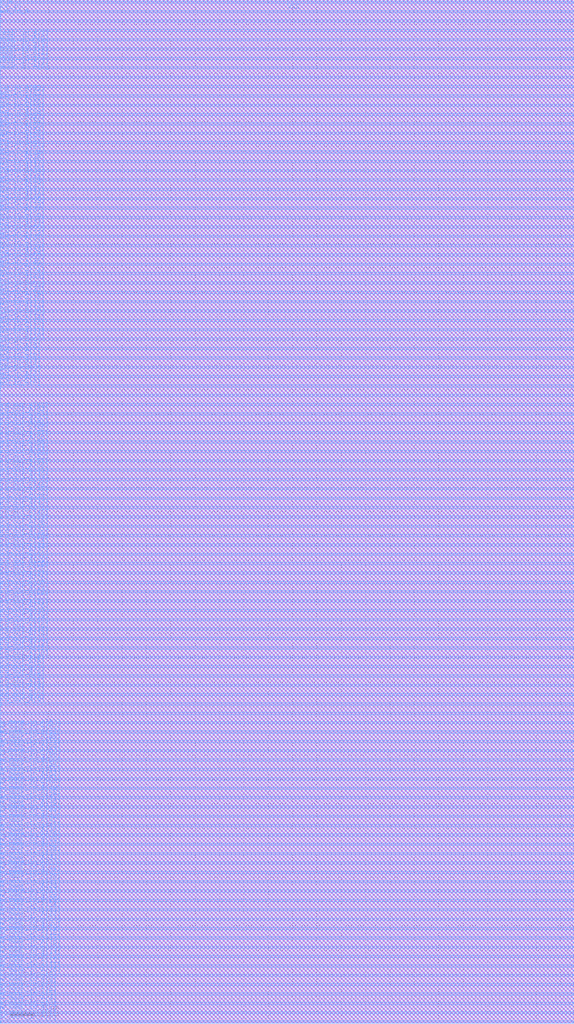
<source format=lef>
# Generated by FakeRAM 2.0
VERSION 5.7 ;
BUSBITCHARS "[]" ;
PROPERTYDEFINITIONS
  MACRO width INTEGER ;
  MACRO depth INTEGER ;
  MACRO banks INTEGER ;
END PROPERTYDEFINITIONS
MACRO fakeram7_dp_256x64
  PROPERTY width 64 ;
  PROPERTY depth 256 ;
  PROPERTY banks 2 ;
  FOREIGN fakeram7_dp_256x64 0 0 ;
  SYMMETRY X Y ;
  SIZE 23.560 BY 42.000 ;
  CLASS BLOCK ;
  PIN w_mask_in_A[0]
    DIRECTION INPUT ;
    USE SIGNAL ;
    SHAPE ABUTMENT ;
    PORT
      LAYER M4 ;
      RECT 0.000 0.048 0.024 0.072 ;
    END
  END w_mask_in_A[0]
  PIN w_mask_in_B[0]
    DIRECTION INPUT ;
    USE SIGNAL ;
    SHAPE ABUTMENT ;
    PORT
      LAYER M4 ;
      RECT 23.536 0.048 23.560 0.072 ;
    END
  END w_mask_in_B[0]
  PIN w_mask_in_A[1]
    DIRECTION INPUT ;
    USE SIGNAL ;
    SHAPE ABUTMENT ;
    PORT
      LAYER M4 ;
      RECT 0.000 0.240 0.024 0.264 ;
    END
  END w_mask_in_A[1]
  PIN w_mask_in_B[1]
    DIRECTION INPUT ;
    USE SIGNAL ;
    SHAPE ABUTMENT ;
    PORT
      LAYER M4 ;
      RECT 23.536 0.240 23.560 0.264 ;
    END
  END w_mask_in_B[1]
  PIN w_mask_in_A[2]
    DIRECTION INPUT ;
    USE SIGNAL ;
    SHAPE ABUTMENT ;
    PORT
      LAYER M4 ;
      RECT 0.000 0.432 0.024 0.456 ;
    END
  END w_mask_in_A[2]
  PIN w_mask_in_B[2]
    DIRECTION INPUT ;
    USE SIGNAL ;
    SHAPE ABUTMENT ;
    PORT
      LAYER M4 ;
      RECT 23.536 0.432 23.560 0.456 ;
    END
  END w_mask_in_B[2]
  PIN w_mask_in_A[3]
    DIRECTION INPUT ;
    USE SIGNAL ;
    SHAPE ABUTMENT ;
    PORT
      LAYER M4 ;
      RECT 0.000 0.624 0.024 0.648 ;
    END
  END w_mask_in_A[3]
  PIN w_mask_in_B[3]
    DIRECTION INPUT ;
    USE SIGNAL ;
    SHAPE ABUTMENT ;
    PORT
      LAYER M4 ;
      RECT 23.536 0.624 23.560 0.648 ;
    END
  END w_mask_in_B[3]
  PIN w_mask_in_A[4]
    DIRECTION INPUT ;
    USE SIGNAL ;
    SHAPE ABUTMENT ;
    PORT
      LAYER M4 ;
      RECT 0.000 0.816 0.024 0.840 ;
    END
  END w_mask_in_A[4]
  PIN w_mask_in_B[4]
    DIRECTION INPUT ;
    USE SIGNAL ;
    SHAPE ABUTMENT ;
    PORT
      LAYER M4 ;
      RECT 23.536 0.816 23.560 0.840 ;
    END
  END w_mask_in_B[4]
  PIN w_mask_in_A[5]
    DIRECTION INPUT ;
    USE SIGNAL ;
    SHAPE ABUTMENT ;
    PORT
      LAYER M4 ;
      RECT 0.000 1.008 0.024 1.032 ;
    END
  END w_mask_in_A[5]
  PIN w_mask_in_B[5]
    DIRECTION INPUT ;
    USE SIGNAL ;
    SHAPE ABUTMENT ;
    PORT
      LAYER M4 ;
      RECT 23.536 1.008 23.560 1.032 ;
    END
  END w_mask_in_B[5]
  PIN w_mask_in_A[6]
    DIRECTION INPUT ;
    USE SIGNAL ;
    SHAPE ABUTMENT ;
    PORT
      LAYER M4 ;
      RECT 0.000 1.200 0.024 1.224 ;
    END
  END w_mask_in_A[6]
  PIN w_mask_in_B[6]
    DIRECTION INPUT ;
    USE SIGNAL ;
    SHAPE ABUTMENT ;
    PORT
      LAYER M4 ;
      RECT 23.536 1.200 23.560 1.224 ;
    END
  END w_mask_in_B[6]
  PIN w_mask_in_A[7]
    DIRECTION INPUT ;
    USE SIGNAL ;
    SHAPE ABUTMENT ;
    PORT
      LAYER M4 ;
      RECT 0.000 1.392 0.024 1.416 ;
    END
  END w_mask_in_A[7]
  PIN w_mask_in_B[7]
    DIRECTION INPUT ;
    USE SIGNAL ;
    SHAPE ABUTMENT ;
    PORT
      LAYER M4 ;
      RECT 23.536 1.392 23.560 1.416 ;
    END
  END w_mask_in_B[7]
  PIN w_mask_in_A[8]
    DIRECTION INPUT ;
    USE SIGNAL ;
    SHAPE ABUTMENT ;
    PORT
      LAYER M4 ;
      RECT 0.000 1.584 0.024 1.608 ;
    END
  END w_mask_in_A[8]
  PIN w_mask_in_B[8]
    DIRECTION INPUT ;
    USE SIGNAL ;
    SHAPE ABUTMENT ;
    PORT
      LAYER M4 ;
      RECT 23.536 1.584 23.560 1.608 ;
    END
  END w_mask_in_B[8]
  PIN w_mask_in_A[9]
    DIRECTION INPUT ;
    USE SIGNAL ;
    SHAPE ABUTMENT ;
    PORT
      LAYER M4 ;
      RECT 0.000 1.776 0.024 1.800 ;
    END
  END w_mask_in_A[9]
  PIN w_mask_in_B[9]
    DIRECTION INPUT ;
    USE SIGNAL ;
    SHAPE ABUTMENT ;
    PORT
      LAYER M4 ;
      RECT 23.536 1.776 23.560 1.800 ;
    END
  END w_mask_in_B[9]
  PIN w_mask_in_A[10]
    DIRECTION INPUT ;
    USE SIGNAL ;
    SHAPE ABUTMENT ;
    PORT
      LAYER M4 ;
      RECT 0.000 1.968 0.024 1.992 ;
    END
  END w_mask_in_A[10]
  PIN w_mask_in_B[10]
    DIRECTION INPUT ;
    USE SIGNAL ;
    SHAPE ABUTMENT ;
    PORT
      LAYER M4 ;
      RECT 23.536 1.968 23.560 1.992 ;
    END
  END w_mask_in_B[10]
  PIN w_mask_in_A[11]
    DIRECTION INPUT ;
    USE SIGNAL ;
    SHAPE ABUTMENT ;
    PORT
      LAYER M4 ;
      RECT 0.000 2.160 0.024 2.184 ;
    END
  END w_mask_in_A[11]
  PIN w_mask_in_B[11]
    DIRECTION INPUT ;
    USE SIGNAL ;
    SHAPE ABUTMENT ;
    PORT
      LAYER M4 ;
      RECT 23.536 2.160 23.560 2.184 ;
    END
  END w_mask_in_B[11]
  PIN w_mask_in_A[12]
    DIRECTION INPUT ;
    USE SIGNAL ;
    SHAPE ABUTMENT ;
    PORT
      LAYER M4 ;
      RECT 0.000 2.352 0.024 2.376 ;
    END
  END w_mask_in_A[12]
  PIN w_mask_in_B[12]
    DIRECTION INPUT ;
    USE SIGNAL ;
    SHAPE ABUTMENT ;
    PORT
      LAYER M4 ;
      RECT 23.536 2.352 23.560 2.376 ;
    END
  END w_mask_in_B[12]
  PIN w_mask_in_A[13]
    DIRECTION INPUT ;
    USE SIGNAL ;
    SHAPE ABUTMENT ;
    PORT
      LAYER M4 ;
      RECT 0.000 2.544 0.024 2.568 ;
    END
  END w_mask_in_A[13]
  PIN w_mask_in_B[13]
    DIRECTION INPUT ;
    USE SIGNAL ;
    SHAPE ABUTMENT ;
    PORT
      LAYER M4 ;
      RECT 23.536 2.544 23.560 2.568 ;
    END
  END w_mask_in_B[13]
  PIN w_mask_in_A[14]
    DIRECTION INPUT ;
    USE SIGNAL ;
    SHAPE ABUTMENT ;
    PORT
      LAYER M4 ;
      RECT 0.000 2.736 0.024 2.760 ;
    END
  END w_mask_in_A[14]
  PIN w_mask_in_B[14]
    DIRECTION INPUT ;
    USE SIGNAL ;
    SHAPE ABUTMENT ;
    PORT
      LAYER M4 ;
      RECT 23.536 2.736 23.560 2.760 ;
    END
  END w_mask_in_B[14]
  PIN w_mask_in_A[15]
    DIRECTION INPUT ;
    USE SIGNAL ;
    SHAPE ABUTMENT ;
    PORT
      LAYER M4 ;
      RECT 0.000 2.928 0.024 2.952 ;
    END
  END w_mask_in_A[15]
  PIN w_mask_in_B[15]
    DIRECTION INPUT ;
    USE SIGNAL ;
    SHAPE ABUTMENT ;
    PORT
      LAYER M4 ;
      RECT 23.536 2.928 23.560 2.952 ;
    END
  END w_mask_in_B[15]
  PIN w_mask_in_A[16]
    DIRECTION INPUT ;
    USE SIGNAL ;
    SHAPE ABUTMENT ;
    PORT
      LAYER M4 ;
      RECT 0.000 3.120 0.024 3.144 ;
    END
  END w_mask_in_A[16]
  PIN w_mask_in_B[16]
    DIRECTION INPUT ;
    USE SIGNAL ;
    SHAPE ABUTMENT ;
    PORT
      LAYER M4 ;
      RECT 23.536 3.120 23.560 3.144 ;
    END
  END w_mask_in_B[16]
  PIN w_mask_in_A[17]
    DIRECTION INPUT ;
    USE SIGNAL ;
    SHAPE ABUTMENT ;
    PORT
      LAYER M4 ;
      RECT 0.000 3.312 0.024 3.336 ;
    END
  END w_mask_in_A[17]
  PIN w_mask_in_B[17]
    DIRECTION INPUT ;
    USE SIGNAL ;
    SHAPE ABUTMENT ;
    PORT
      LAYER M4 ;
      RECT 23.536 3.312 23.560 3.336 ;
    END
  END w_mask_in_B[17]
  PIN w_mask_in_A[18]
    DIRECTION INPUT ;
    USE SIGNAL ;
    SHAPE ABUTMENT ;
    PORT
      LAYER M4 ;
      RECT 0.000 3.504 0.024 3.528 ;
    END
  END w_mask_in_A[18]
  PIN w_mask_in_B[18]
    DIRECTION INPUT ;
    USE SIGNAL ;
    SHAPE ABUTMENT ;
    PORT
      LAYER M4 ;
      RECT 23.536 3.504 23.560 3.528 ;
    END
  END w_mask_in_B[18]
  PIN w_mask_in_A[19]
    DIRECTION INPUT ;
    USE SIGNAL ;
    SHAPE ABUTMENT ;
    PORT
      LAYER M4 ;
      RECT 0.000 3.696 0.024 3.720 ;
    END
  END w_mask_in_A[19]
  PIN w_mask_in_B[19]
    DIRECTION INPUT ;
    USE SIGNAL ;
    SHAPE ABUTMENT ;
    PORT
      LAYER M4 ;
      RECT 23.536 3.696 23.560 3.720 ;
    END
  END w_mask_in_B[19]
  PIN w_mask_in_A[20]
    DIRECTION INPUT ;
    USE SIGNAL ;
    SHAPE ABUTMENT ;
    PORT
      LAYER M4 ;
      RECT 0.000 3.888 0.024 3.912 ;
    END
  END w_mask_in_A[20]
  PIN w_mask_in_B[20]
    DIRECTION INPUT ;
    USE SIGNAL ;
    SHAPE ABUTMENT ;
    PORT
      LAYER M4 ;
      RECT 23.536 3.888 23.560 3.912 ;
    END
  END w_mask_in_B[20]
  PIN w_mask_in_A[21]
    DIRECTION INPUT ;
    USE SIGNAL ;
    SHAPE ABUTMENT ;
    PORT
      LAYER M4 ;
      RECT 0.000 4.080 0.024 4.104 ;
    END
  END w_mask_in_A[21]
  PIN w_mask_in_B[21]
    DIRECTION INPUT ;
    USE SIGNAL ;
    SHAPE ABUTMENT ;
    PORT
      LAYER M4 ;
      RECT 23.536 4.080 23.560 4.104 ;
    END
  END w_mask_in_B[21]
  PIN w_mask_in_A[22]
    DIRECTION INPUT ;
    USE SIGNAL ;
    SHAPE ABUTMENT ;
    PORT
      LAYER M4 ;
      RECT 0.000 4.272 0.024 4.296 ;
    END
  END w_mask_in_A[22]
  PIN w_mask_in_B[22]
    DIRECTION INPUT ;
    USE SIGNAL ;
    SHAPE ABUTMENT ;
    PORT
      LAYER M4 ;
      RECT 23.536 4.272 23.560 4.296 ;
    END
  END w_mask_in_B[22]
  PIN w_mask_in_A[23]
    DIRECTION INPUT ;
    USE SIGNAL ;
    SHAPE ABUTMENT ;
    PORT
      LAYER M4 ;
      RECT 0.000 4.464 0.024 4.488 ;
    END
  END w_mask_in_A[23]
  PIN w_mask_in_B[23]
    DIRECTION INPUT ;
    USE SIGNAL ;
    SHAPE ABUTMENT ;
    PORT
      LAYER M4 ;
      RECT 23.536 4.464 23.560 4.488 ;
    END
  END w_mask_in_B[23]
  PIN w_mask_in_A[24]
    DIRECTION INPUT ;
    USE SIGNAL ;
    SHAPE ABUTMENT ;
    PORT
      LAYER M4 ;
      RECT 0.000 4.656 0.024 4.680 ;
    END
  END w_mask_in_A[24]
  PIN w_mask_in_B[24]
    DIRECTION INPUT ;
    USE SIGNAL ;
    SHAPE ABUTMENT ;
    PORT
      LAYER M4 ;
      RECT 23.536 4.656 23.560 4.680 ;
    END
  END w_mask_in_B[24]
  PIN w_mask_in_A[25]
    DIRECTION INPUT ;
    USE SIGNAL ;
    SHAPE ABUTMENT ;
    PORT
      LAYER M4 ;
      RECT 0.000 4.848 0.024 4.872 ;
    END
  END w_mask_in_A[25]
  PIN w_mask_in_B[25]
    DIRECTION INPUT ;
    USE SIGNAL ;
    SHAPE ABUTMENT ;
    PORT
      LAYER M4 ;
      RECT 23.536 4.848 23.560 4.872 ;
    END
  END w_mask_in_B[25]
  PIN w_mask_in_A[26]
    DIRECTION INPUT ;
    USE SIGNAL ;
    SHAPE ABUTMENT ;
    PORT
      LAYER M4 ;
      RECT 0.000 5.040 0.024 5.064 ;
    END
  END w_mask_in_A[26]
  PIN w_mask_in_B[26]
    DIRECTION INPUT ;
    USE SIGNAL ;
    SHAPE ABUTMENT ;
    PORT
      LAYER M4 ;
      RECT 23.536 5.040 23.560 5.064 ;
    END
  END w_mask_in_B[26]
  PIN w_mask_in_A[27]
    DIRECTION INPUT ;
    USE SIGNAL ;
    SHAPE ABUTMENT ;
    PORT
      LAYER M4 ;
      RECT 0.000 5.232 0.024 5.256 ;
    END
  END w_mask_in_A[27]
  PIN w_mask_in_B[27]
    DIRECTION INPUT ;
    USE SIGNAL ;
    SHAPE ABUTMENT ;
    PORT
      LAYER M4 ;
      RECT 23.536 5.232 23.560 5.256 ;
    END
  END w_mask_in_B[27]
  PIN w_mask_in_A[28]
    DIRECTION INPUT ;
    USE SIGNAL ;
    SHAPE ABUTMENT ;
    PORT
      LAYER M4 ;
      RECT 0.000 5.424 0.024 5.448 ;
    END
  END w_mask_in_A[28]
  PIN w_mask_in_B[28]
    DIRECTION INPUT ;
    USE SIGNAL ;
    SHAPE ABUTMENT ;
    PORT
      LAYER M4 ;
      RECT 23.536 5.424 23.560 5.448 ;
    END
  END w_mask_in_B[28]
  PIN w_mask_in_A[29]
    DIRECTION INPUT ;
    USE SIGNAL ;
    SHAPE ABUTMENT ;
    PORT
      LAYER M4 ;
      RECT 0.000 5.616 0.024 5.640 ;
    END
  END w_mask_in_A[29]
  PIN w_mask_in_B[29]
    DIRECTION INPUT ;
    USE SIGNAL ;
    SHAPE ABUTMENT ;
    PORT
      LAYER M4 ;
      RECT 23.536 5.616 23.560 5.640 ;
    END
  END w_mask_in_B[29]
  PIN w_mask_in_A[30]
    DIRECTION INPUT ;
    USE SIGNAL ;
    SHAPE ABUTMENT ;
    PORT
      LAYER M4 ;
      RECT 0.000 5.808 0.024 5.832 ;
    END
  END w_mask_in_A[30]
  PIN w_mask_in_B[30]
    DIRECTION INPUT ;
    USE SIGNAL ;
    SHAPE ABUTMENT ;
    PORT
      LAYER M4 ;
      RECT 23.536 5.808 23.560 5.832 ;
    END
  END w_mask_in_B[30]
  PIN w_mask_in_A[31]
    DIRECTION INPUT ;
    USE SIGNAL ;
    SHAPE ABUTMENT ;
    PORT
      LAYER M4 ;
      RECT 0.000 6.000 0.024 6.024 ;
    END
  END w_mask_in_A[31]
  PIN w_mask_in_B[31]
    DIRECTION INPUT ;
    USE SIGNAL ;
    SHAPE ABUTMENT ;
    PORT
      LAYER M4 ;
      RECT 23.536 6.000 23.560 6.024 ;
    END
  END w_mask_in_B[31]
  PIN w_mask_in_A[32]
    DIRECTION INPUT ;
    USE SIGNAL ;
    SHAPE ABUTMENT ;
    PORT
      LAYER M4 ;
      RECT 0.000 6.192 0.024 6.216 ;
    END
  END w_mask_in_A[32]
  PIN w_mask_in_B[32]
    DIRECTION INPUT ;
    USE SIGNAL ;
    SHAPE ABUTMENT ;
    PORT
      LAYER M4 ;
      RECT 23.536 6.192 23.560 6.216 ;
    END
  END w_mask_in_B[32]
  PIN w_mask_in_A[33]
    DIRECTION INPUT ;
    USE SIGNAL ;
    SHAPE ABUTMENT ;
    PORT
      LAYER M4 ;
      RECT 0.000 6.384 0.024 6.408 ;
    END
  END w_mask_in_A[33]
  PIN w_mask_in_B[33]
    DIRECTION INPUT ;
    USE SIGNAL ;
    SHAPE ABUTMENT ;
    PORT
      LAYER M4 ;
      RECT 23.536 6.384 23.560 6.408 ;
    END
  END w_mask_in_B[33]
  PIN w_mask_in_A[34]
    DIRECTION INPUT ;
    USE SIGNAL ;
    SHAPE ABUTMENT ;
    PORT
      LAYER M4 ;
      RECT 0.000 6.576 0.024 6.600 ;
    END
  END w_mask_in_A[34]
  PIN w_mask_in_B[34]
    DIRECTION INPUT ;
    USE SIGNAL ;
    SHAPE ABUTMENT ;
    PORT
      LAYER M4 ;
      RECT 23.536 6.576 23.560 6.600 ;
    END
  END w_mask_in_B[34]
  PIN w_mask_in_A[35]
    DIRECTION INPUT ;
    USE SIGNAL ;
    SHAPE ABUTMENT ;
    PORT
      LAYER M4 ;
      RECT 0.000 6.768 0.024 6.792 ;
    END
  END w_mask_in_A[35]
  PIN w_mask_in_B[35]
    DIRECTION INPUT ;
    USE SIGNAL ;
    SHAPE ABUTMENT ;
    PORT
      LAYER M4 ;
      RECT 23.536 6.768 23.560 6.792 ;
    END
  END w_mask_in_B[35]
  PIN w_mask_in_A[36]
    DIRECTION INPUT ;
    USE SIGNAL ;
    SHAPE ABUTMENT ;
    PORT
      LAYER M4 ;
      RECT 0.000 6.960 0.024 6.984 ;
    END
  END w_mask_in_A[36]
  PIN w_mask_in_B[36]
    DIRECTION INPUT ;
    USE SIGNAL ;
    SHAPE ABUTMENT ;
    PORT
      LAYER M4 ;
      RECT 23.536 6.960 23.560 6.984 ;
    END
  END w_mask_in_B[36]
  PIN w_mask_in_A[37]
    DIRECTION INPUT ;
    USE SIGNAL ;
    SHAPE ABUTMENT ;
    PORT
      LAYER M4 ;
      RECT 0.000 7.152 0.024 7.176 ;
    END
  END w_mask_in_A[37]
  PIN w_mask_in_B[37]
    DIRECTION INPUT ;
    USE SIGNAL ;
    SHAPE ABUTMENT ;
    PORT
      LAYER M4 ;
      RECT 23.536 7.152 23.560 7.176 ;
    END
  END w_mask_in_B[37]
  PIN w_mask_in_A[38]
    DIRECTION INPUT ;
    USE SIGNAL ;
    SHAPE ABUTMENT ;
    PORT
      LAYER M4 ;
      RECT 0.000 7.344 0.024 7.368 ;
    END
  END w_mask_in_A[38]
  PIN w_mask_in_B[38]
    DIRECTION INPUT ;
    USE SIGNAL ;
    SHAPE ABUTMENT ;
    PORT
      LAYER M4 ;
      RECT 23.536 7.344 23.560 7.368 ;
    END
  END w_mask_in_B[38]
  PIN w_mask_in_A[39]
    DIRECTION INPUT ;
    USE SIGNAL ;
    SHAPE ABUTMENT ;
    PORT
      LAYER M4 ;
      RECT 0.000 7.536 0.024 7.560 ;
    END
  END w_mask_in_A[39]
  PIN w_mask_in_B[39]
    DIRECTION INPUT ;
    USE SIGNAL ;
    SHAPE ABUTMENT ;
    PORT
      LAYER M4 ;
      RECT 23.536 7.536 23.560 7.560 ;
    END
  END w_mask_in_B[39]
  PIN w_mask_in_A[40]
    DIRECTION INPUT ;
    USE SIGNAL ;
    SHAPE ABUTMENT ;
    PORT
      LAYER M4 ;
      RECT 0.000 7.728 0.024 7.752 ;
    END
  END w_mask_in_A[40]
  PIN w_mask_in_B[40]
    DIRECTION INPUT ;
    USE SIGNAL ;
    SHAPE ABUTMENT ;
    PORT
      LAYER M4 ;
      RECT 23.536 7.728 23.560 7.752 ;
    END
  END w_mask_in_B[40]
  PIN w_mask_in_A[41]
    DIRECTION INPUT ;
    USE SIGNAL ;
    SHAPE ABUTMENT ;
    PORT
      LAYER M4 ;
      RECT 0.000 7.920 0.024 7.944 ;
    END
  END w_mask_in_A[41]
  PIN w_mask_in_B[41]
    DIRECTION INPUT ;
    USE SIGNAL ;
    SHAPE ABUTMENT ;
    PORT
      LAYER M4 ;
      RECT 23.536 7.920 23.560 7.944 ;
    END
  END w_mask_in_B[41]
  PIN w_mask_in_A[42]
    DIRECTION INPUT ;
    USE SIGNAL ;
    SHAPE ABUTMENT ;
    PORT
      LAYER M4 ;
      RECT 0.000 8.112 0.024 8.136 ;
    END
  END w_mask_in_A[42]
  PIN w_mask_in_B[42]
    DIRECTION INPUT ;
    USE SIGNAL ;
    SHAPE ABUTMENT ;
    PORT
      LAYER M4 ;
      RECT 23.536 8.112 23.560 8.136 ;
    END
  END w_mask_in_B[42]
  PIN w_mask_in_A[43]
    DIRECTION INPUT ;
    USE SIGNAL ;
    SHAPE ABUTMENT ;
    PORT
      LAYER M4 ;
      RECT 0.000 8.304 0.024 8.328 ;
    END
  END w_mask_in_A[43]
  PIN w_mask_in_B[43]
    DIRECTION INPUT ;
    USE SIGNAL ;
    SHAPE ABUTMENT ;
    PORT
      LAYER M4 ;
      RECT 23.536 8.304 23.560 8.328 ;
    END
  END w_mask_in_B[43]
  PIN w_mask_in_A[44]
    DIRECTION INPUT ;
    USE SIGNAL ;
    SHAPE ABUTMENT ;
    PORT
      LAYER M4 ;
      RECT 0.000 8.496 0.024 8.520 ;
    END
  END w_mask_in_A[44]
  PIN w_mask_in_B[44]
    DIRECTION INPUT ;
    USE SIGNAL ;
    SHAPE ABUTMENT ;
    PORT
      LAYER M4 ;
      RECT 23.536 8.496 23.560 8.520 ;
    END
  END w_mask_in_B[44]
  PIN w_mask_in_A[45]
    DIRECTION INPUT ;
    USE SIGNAL ;
    SHAPE ABUTMENT ;
    PORT
      LAYER M4 ;
      RECT 0.000 8.688 0.024 8.712 ;
    END
  END w_mask_in_A[45]
  PIN w_mask_in_B[45]
    DIRECTION INPUT ;
    USE SIGNAL ;
    SHAPE ABUTMENT ;
    PORT
      LAYER M4 ;
      RECT 23.536 8.688 23.560 8.712 ;
    END
  END w_mask_in_B[45]
  PIN w_mask_in_A[46]
    DIRECTION INPUT ;
    USE SIGNAL ;
    SHAPE ABUTMENT ;
    PORT
      LAYER M4 ;
      RECT 0.000 8.880 0.024 8.904 ;
    END
  END w_mask_in_A[46]
  PIN w_mask_in_B[46]
    DIRECTION INPUT ;
    USE SIGNAL ;
    SHAPE ABUTMENT ;
    PORT
      LAYER M4 ;
      RECT 23.536 8.880 23.560 8.904 ;
    END
  END w_mask_in_B[46]
  PIN w_mask_in_A[47]
    DIRECTION INPUT ;
    USE SIGNAL ;
    SHAPE ABUTMENT ;
    PORT
      LAYER M4 ;
      RECT 0.000 9.072 0.024 9.096 ;
    END
  END w_mask_in_A[47]
  PIN w_mask_in_B[47]
    DIRECTION INPUT ;
    USE SIGNAL ;
    SHAPE ABUTMENT ;
    PORT
      LAYER M4 ;
      RECT 23.536 9.072 23.560 9.096 ;
    END
  END w_mask_in_B[47]
  PIN w_mask_in_A[48]
    DIRECTION INPUT ;
    USE SIGNAL ;
    SHAPE ABUTMENT ;
    PORT
      LAYER M4 ;
      RECT 0.000 9.264 0.024 9.288 ;
    END
  END w_mask_in_A[48]
  PIN w_mask_in_B[48]
    DIRECTION INPUT ;
    USE SIGNAL ;
    SHAPE ABUTMENT ;
    PORT
      LAYER M4 ;
      RECT 23.536 9.264 23.560 9.288 ;
    END
  END w_mask_in_B[48]
  PIN w_mask_in_A[49]
    DIRECTION INPUT ;
    USE SIGNAL ;
    SHAPE ABUTMENT ;
    PORT
      LAYER M4 ;
      RECT 0.000 9.456 0.024 9.480 ;
    END
  END w_mask_in_A[49]
  PIN w_mask_in_B[49]
    DIRECTION INPUT ;
    USE SIGNAL ;
    SHAPE ABUTMENT ;
    PORT
      LAYER M4 ;
      RECT 23.536 9.456 23.560 9.480 ;
    END
  END w_mask_in_B[49]
  PIN w_mask_in_A[50]
    DIRECTION INPUT ;
    USE SIGNAL ;
    SHAPE ABUTMENT ;
    PORT
      LAYER M4 ;
      RECT 0.000 9.648 0.024 9.672 ;
    END
  END w_mask_in_A[50]
  PIN w_mask_in_B[50]
    DIRECTION INPUT ;
    USE SIGNAL ;
    SHAPE ABUTMENT ;
    PORT
      LAYER M4 ;
      RECT 23.536 9.648 23.560 9.672 ;
    END
  END w_mask_in_B[50]
  PIN w_mask_in_A[51]
    DIRECTION INPUT ;
    USE SIGNAL ;
    SHAPE ABUTMENT ;
    PORT
      LAYER M4 ;
      RECT 0.000 9.840 0.024 9.864 ;
    END
  END w_mask_in_A[51]
  PIN w_mask_in_B[51]
    DIRECTION INPUT ;
    USE SIGNAL ;
    SHAPE ABUTMENT ;
    PORT
      LAYER M4 ;
      RECT 23.536 9.840 23.560 9.864 ;
    END
  END w_mask_in_B[51]
  PIN w_mask_in_A[52]
    DIRECTION INPUT ;
    USE SIGNAL ;
    SHAPE ABUTMENT ;
    PORT
      LAYER M4 ;
      RECT 0.000 10.032 0.024 10.056 ;
    END
  END w_mask_in_A[52]
  PIN w_mask_in_B[52]
    DIRECTION INPUT ;
    USE SIGNAL ;
    SHAPE ABUTMENT ;
    PORT
      LAYER M4 ;
      RECT 23.536 10.032 23.560 10.056 ;
    END
  END w_mask_in_B[52]
  PIN w_mask_in_A[53]
    DIRECTION INPUT ;
    USE SIGNAL ;
    SHAPE ABUTMENT ;
    PORT
      LAYER M4 ;
      RECT 0.000 10.224 0.024 10.248 ;
    END
  END w_mask_in_A[53]
  PIN w_mask_in_B[53]
    DIRECTION INPUT ;
    USE SIGNAL ;
    SHAPE ABUTMENT ;
    PORT
      LAYER M4 ;
      RECT 23.536 10.224 23.560 10.248 ;
    END
  END w_mask_in_B[53]
  PIN w_mask_in_A[54]
    DIRECTION INPUT ;
    USE SIGNAL ;
    SHAPE ABUTMENT ;
    PORT
      LAYER M4 ;
      RECT 0.000 10.416 0.024 10.440 ;
    END
  END w_mask_in_A[54]
  PIN w_mask_in_B[54]
    DIRECTION INPUT ;
    USE SIGNAL ;
    SHAPE ABUTMENT ;
    PORT
      LAYER M4 ;
      RECT 23.536 10.416 23.560 10.440 ;
    END
  END w_mask_in_B[54]
  PIN w_mask_in_A[55]
    DIRECTION INPUT ;
    USE SIGNAL ;
    SHAPE ABUTMENT ;
    PORT
      LAYER M4 ;
      RECT 0.000 10.608 0.024 10.632 ;
    END
  END w_mask_in_A[55]
  PIN w_mask_in_B[55]
    DIRECTION INPUT ;
    USE SIGNAL ;
    SHAPE ABUTMENT ;
    PORT
      LAYER M4 ;
      RECT 23.536 10.608 23.560 10.632 ;
    END
  END w_mask_in_B[55]
  PIN w_mask_in_A[56]
    DIRECTION INPUT ;
    USE SIGNAL ;
    SHAPE ABUTMENT ;
    PORT
      LAYER M4 ;
      RECT 0.000 10.800 0.024 10.824 ;
    END
  END w_mask_in_A[56]
  PIN w_mask_in_B[56]
    DIRECTION INPUT ;
    USE SIGNAL ;
    SHAPE ABUTMENT ;
    PORT
      LAYER M4 ;
      RECT 23.536 10.800 23.560 10.824 ;
    END
  END w_mask_in_B[56]
  PIN w_mask_in_A[57]
    DIRECTION INPUT ;
    USE SIGNAL ;
    SHAPE ABUTMENT ;
    PORT
      LAYER M4 ;
      RECT 0.000 10.992 0.024 11.016 ;
    END
  END w_mask_in_A[57]
  PIN w_mask_in_B[57]
    DIRECTION INPUT ;
    USE SIGNAL ;
    SHAPE ABUTMENT ;
    PORT
      LAYER M4 ;
      RECT 23.536 10.992 23.560 11.016 ;
    END
  END w_mask_in_B[57]
  PIN w_mask_in_A[58]
    DIRECTION INPUT ;
    USE SIGNAL ;
    SHAPE ABUTMENT ;
    PORT
      LAYER M4 ;
      RECT 0.000 11.184 0.024 11.208 ;
    END
  END w_mask_in_A[58]
  PIN w_mask_in_B[58]
    DIRECTION INPUT ;
    USE SIGNAL ;
    SHAPE ABUTMENT ;
    PORT
      LAYER M4 ;
      RECT 23.536 11.184 23.560 11.208 ;
    END
  END w_mask_in_B[58]
  PIN w_mask_in_A[59]
    DIRECTION INPUT ;
    USE SIGNAL ;
    SHAPE ABUTMENT ;
    PORT
      LAYER M4 ;
      RECT 0.000 11.376 0.024 11.400 ;
    END
  END w_mask_in_A[59]
  PIN w_mask_in_B[59]
    DIRECTION INPUT ;
    USE SIGNAL ;
    SHAPE ABUTMENT ;
    PORT
      LAYER M4 ;
      RECT 23.536 11.376 23.560 11.400 ;
    END
  END w_mask_in_B[59]
  PIN w_mask_in_A[60]
    DIRECTION INPUT ;
    USE SIGNAL ;
    SHAPE ABUTMENT ;
    PORT
      LAYER M4 ;
      RECT 0.000 11.568 0.024 11.592 ;
    END
  END w_mask_in_A[60]
  PIN w_mask_in_B[60]
    DIRECTION INPUT ;
    USE SIGNAL ;
    SHAPE ABUTMENT ;
    PORT
      LAYER M4 ;
      RECT 23.536 11.568 23.560 11.592 ;
    END
  END w_mask_in_B[60]
  PIN w_mask_in_A[61]
    DIRECTION INPUT ;
    USE SIGNAL ;
    SHAPE ABUTMENT ;
    PORT
      LAYER M4 ;
      RECT 0.000 11.760 0.024 11.784 ;
    END
  END w_mask_in_A[61]
  PIN w_mask_in_B[61]
    DIRECTION INPUT ;
    USE SIGNAL ;
    SHAPE ABUTMENT ;
    PORT
      LAYER M4 ;
      RECT 23.536 11.760 23.560 11.784 ;
    END
  END w_mask_in_B[61]
  PIN w_mask_in_A[62]
    DIRECTION INPUT ;
    USE SIGNAL ;
    SHAPE ABUTMENT ;
    PORT
      LAYER M4 ;
      RECT 0.000 11.952 0.024 11.976 ;
    END
  END w_mask_in_A[62]
  PIN w_mask_in_B[62]
    DIRECTION INPUT ;
    USE SIGNAL ;
    SHAPE ABUTMENT ;
    PORT
      LAYER M4 ;
      RECT 23.536 11.952 23.560 11.976 ;
    END
  END w_mask_in_B[62]
  PIN w_mask_in_A[63]
    DIRECTION INPUT ;
    USE SIGNAL ;
    SHAPE ABUTMENT ;
    PORT
      LAYER M4 ;
      RECT 0.000 12.144 0.024 12.168 ;
    END
  END w_mask_in_A[63]
  PIN w_mask_in_B[63]
    DIRECTION INPUT ;
    USE SIGNAL ;
    SHAPE ABUTMENT ;
    PORT
      LAYER M4 ;
      RECT 23.536 12.144 23.560 12.168 ;
    END
  END w_mask_in_B[63]
  PIN rd_out_A[0]
    DIRECTION OUTPUT ;
    USE SIGNAL ;
    SHAPE ABUTMENT ;
    PORT
      LAYER M4 ;
      RECT 0.000 13.056 0.024 13.080 ;
    END
  END rd_out_A[0]
  PIN rd_out_B[0]
    DIRECTION OUTPUT ;
    USE SIGNAL ;
    SHAPE ABUTMENT ;
    PORT
      LAYER M4 ;
      RECT 23.536 13.056 23.560 13.080 ;
    END
  END rd_out_B[0]
  PIN rd_out_A[1]
    DIRECTION OUTPUT ;
    USE SIGNAL ;
    SHAPE ABUTMENT ;
    PORT
      LAYER M4 ;
      RECT 0.000 13.248 0.024 13.272 ;
    END
  END rd_out_A[1]
  PIN rd_out_B[1]
    DIRECTION OUTPUT ;
    USE SIGNAL ;
    SHAPE ABUTMENT ;
    PORT
      LAYER M4 ;
      RECT 23.536 13.248 23.560 13.272 ;
    END
  END rd_out_B[1]
  PIN rd_out_A[2]
    DIRECTION OUTPUT ;
    USE SIGNAL ;
    SHAPE ABUTMENT ;
    PORT
      LAYER M4 ;
      RECT 0.000 13.440 0.024 13.464 ;
    END
  END rd_out_A[2]
  PIN rd_out_B[2]
    DIRECTION OUTPUT ;
    USE SIGNAL ;
    SHAPE ABUTMENT ;
    PORT
      LAYER M4 ;
      RECT 23.536 13.440 23.560 13.464 ;
    END
  END rd_out_B[2]
  PIN rd_out_A[3]
    DIRECTION OUTPUT ;
    USE SIGNAL ;
    SHAPE ABUTMENT ;
    PORT
      LAYER M4 ;
      RECT 0.000 13.632 0.024 13.656 ;
    END
  END rd_out_A[3]
  PIN rd_out_B[3]
    DIRECTION OUTPUT ;
    USE SIGNAL ;
    SHAPE ABUTMENT ;
    PORT
      LAYER M4 ;
      RECT 23.536 13.632 23.560 13.656 ;
    END
  END rd_out_B[3]
  PIN rd_out_A[4]
    DIRECTION OUTPUT ;
    USE SIGNAL ;
    SHAPE ABUTMENT ;
    PORT
      LAYER M4 ;
      RECT 0.000 13.824 0.024 13.848 ;
    END
  END rd_out_A[4]
  PIN rd_out_B[4]
    DIRECTION OUTPUT ;
    USE SIGNAL ;
    SHAPE ABUTMENT ;
    PORT
      LAYER M4 ;
      RECT 23.536 13.824 23.560 13.848 ;
    END
  END rd_out_B[4]
  PIN rd_out_A[5]
    DIRECTION OUTPUT ;
    USE SIGNAL ;
    SHAPE ABUTMENT ;
    PORT
      LAYER M4 ;
      RECT 0.000 14.016 0.024 14.040 ;
    END
  END rd_out_A[5]
  PIN rd_out_B[5]
    DIRECTION OUTPUT ;
    USE SIGNAL ;
    SHAPE ABUTMENT ;
    PORT
      LAYER M4 ;
      RECT 23.536 14.016 23.560 14.040 ;
    END
  END rd_out_B[5]
  PIN rd_out_A[6]
    DIRECTION OUTPUT ;
    USE SIGNAL ;
    SHAPE ABUTMENT ;
    PORT
      LAYER M4 ;
      RECT 0.000 14.208 0.024 14.232 ;
    END
  END rd_out_A[6]
  PIN rd_out_B[6]
    DIRECTION OUTPUT ;
    USE SIGNAL ;
    SHAPE ABUTMENT ;
    PORT
      LAYER M4 ;
      RECT 23.536 14.208 23.560 14.232 ;
    END
  END rd_out_B[6]
  PIN rd_out_A[7]
    DIRECTION OUTPUT ;
    USE SIGNAL ;
    SHAPE ABUTMENT ;
    PORT
      LAYER M4 ;
      RECT 0.000 14.400 0.024 14.424 ;
    END
  END rd_out_A[7]
  PIN rd_out_B[7]
    DIRECTION OUTPUT ;
    USE SIGNAL ;
    SHAPE ABUTMENT ;
    PORT
      LAYER M4 ;
      RECT 23.536 14.400 23.560 14.424 ;
    END
  END rd_out_B[7]
  PIN rd_out_A[8]
    DIRECTION OUTPUT ;
    USE SIGNAL ;
    SHAPE ABUTMENT ;
    PORT
      LAYER M4 ;
      RECT 0.000 14.592 0.024 14.616 ;
    END
  END rd_out_A[8]
  PIN rd_out_B[8]
    DIRECTION OUTPUT ;
    USE SIGNAL ;
    SHAPE ABUTMENT ;
    PORT
      LAYER M4 ;
      RECT 23.536 14.592 23.560 14.616 ;
    END
  END rd_out_B[8]
  PIN rd_out_A[9]
    DIRECTION OUTPUT ;
    USE SIGNAL ;
    SHAPE ABUTMENT ;
    PORT
      LAYER M4 ;
      RECT 0.000 14.784 0.024 14.808 ;
    END
  END rd_out_A[9]
  PIN rd_out_B[9]
    DIRECTION OUTPUT ;
    USE SIGNAL ;
    SHAPE ABUTMENT ;
    PORT
      LAYER M4 ;
      RECT 23.536 14.784 23.560 14.808 ;
    END
  END rd_out_B[9]
  PIN rd_out_A[10]
    DIRECTION OUTPUT ;
    USE SIGNAL ;
    SHAPE ABUTMENT ;
    PORT
      LAYER M4 ;
      RECT 0.000 14.976 0.024 15.000 ;
    END
  END rd_out_A[10]
  PIN rd_out_B[10]
    DIRECTION OUTPUT ;
    USE SIGNAL ;
    SHAPE ABUTMENT ;
    PORT
      LAYER M4 ;
      RECT 23.536 14.976 23.560 15.000 ;
    END
  END rd_out_B[10]
  PIN rd_out_A[11]
    DIRECTION OUTPUT ;
    USE SIGNAL ;
    SHAPE ABUTMENT ;
    PORT
      LAYER M4 ;
      RECT 0.000 15.168 0.024 15.192 ;
    END
  END rd_out_A[11]
  PIN rd_out_B[11]
    DIRECTION OUTPUT ;
    USE SIGNAL ;
    SHAPE ABUTMENT ;
    PORT
      LAYER M4 ;
      RECT 23.536 15.168 23.560 15.192 ;
    END
  END rd_out_B[11]
  PIN rd_out_A[12]
    DIRECTION OUTPUT ;
    USE SIGNAL ;
    SHAPE ABUTMENT ;
    PORT
      LAYER M4 ;
      RECT 0.000 15.360 0.024 15.384 ;
    END
  END rd_out_A[12]
  PIN rd_out_B[12]
    DIRECTION OUTPUT ;
    USE SIGNAL ;
    SHAPE ABUTMENT ;
    PORT
      LAYER M4 ;
      RECT 23.536 15.360 23.560 15.384 ;
    END
  END rd_out_B[12]
  PIN rd_out_A[13]
    DIRECTION OUTPUT ;
    USE SIGNAL ;
    SHAPE ABUTMENT ;
    PORT
      LAYER M4 ;
      RECT 0.000 15.552 0.024 15.576 ;
    END
  END rd_out_A[13]
  PIN rd_out_B[13]
    DIRECTION OUTPUT ;
    USE SIGNAL ;
    SHAPE ABUTMENT ;
    PORT
      LAYER M4 ;
      RECT 23.536 15.552 23.560 15.576 ;
    END
  END rd_out_B[13]
  PIN rd_out_A[14]
    DIRECTION OUTPUT ;
    USE SIGNAL ;
    SHAPE ABUTMENT ;
    PORT
      LAYER M4 ;
      RECT 0.000 15.744 0.024 15.768 ;
    END
  END rd_out_A[14]
  PIN rd_out_B[14]
    DIRECTION OUTPUT ;
    USE SIGNAL ;
    SHAPE ABUTMENT ;
    PORT
      LAYER M4 ;
      RECT 23.536 15.744 23.560 15.768 ;
    END
  END rd_out_B[14]
  PIN rd_out_A[15]
    DIRECTION OUTPUT ;
    USE SIGNAL ;
    SHAPE ABUTMENT ;
    PORT
      LAYER M4 ;
      RECT 0.000 15.936 0.024 15.960 ;
    END
  END rd_out_A[15]
  PIN rd_out_B[15]
    DIRECTION OUTPUT ;
    USE SIGNAL ;
    SHAPE ABUTMENT ;
    PORT
      LAYER M4 ;
      RECT 23.536 15.936 23.560 15.960 ;
    END
  END rd_out_B[15]
  PIN rd_out_A[16]
    DIRECTION OUTPUT ;
    USE SIGNAL ;
    SHAPE ABUTMENT ;
    PORT
      LAYER M4 ;
      RECT 0.000 16.128 0.024 16.152 ;
    END
  END rd_out_A[16]
  PIN rd_out_B[16]
    DIRECTION OUTPUT ;
    USE SIGNAL ;
    SHAPE ABUTMENT ;
    PORT
      LAYER M4 ;
      RECT 23.536 16.128 23.560 16.152 ;
    END
  END rd_out_B[16]
  PIN rd_out_A[17]
    DIRECTION OUTPUT ;
    USE SIGNAL ;
    SHAPE ABUTMENT ;
    PORT
      LAYER M4 ;
      RECT 0.000 16.320 0.024 16.344 ;
    END
  END rd_out_A[17]
  PIN rd_out_B[17]
    DIRECTION OUTPUT ;
    USE SIGNAL ;
    SHAPE ABUTMENT ;
    PORT
      LAYER M4 ;
      RECT 23.536 16.320 23.560 16.344 ;
    END
  END rd_out_B[17]
  PIN rd_out_A[18]
    DIRECTION OUTPUT ;
    USE SIGNAL ;
    SHAPE ABUTMENT ;
    PORT
      LAYER M4 ;
      RECT 0.000 16.512 0.024 16.536 ;
    END
  END rd_out_A[18]
  PIN rd_out_B[18]
    DIRECTION OUTPUT ;
    USE SIGNAL ;
    SHAPE ABUTMENT ;
    PORT
      LAYER M4 ;
      RECT 23.536 16.512 23.560 16.536 ;
    END
  END rd_out_B[18]
  PIN rd_out_A[19]
    DIRECTION OUTPUT ;
    USE SIGNAL ;
    SHAPE ABUTMENT ;
    PORT
      LAYER M4 ;
      RECT 0.000 16.704 0.024 16.728 ;
    END
  END rd_out_A[19]
  PIN rd_out_B[19]
    DIRECTION OUTPUT ;
    USE SIGNAL ;
    SHAPE ABUTMENT ;
    PORT
      LAYER M4 ;
      RECT 23.536 16.704 23.560 16.728 ;
    END
  END rd_out_B[19]
  PIN rd_out_A[20]
    DIRECTION OUTPUT ;
    USE SIGNAL ;
    SHAPE ABUTMENT ;
    PORT
      LAYER M4 ;
      RECT 0.000 16.896 0.024 16.920 ;
    END
  END rd_out_A[20]
  PIN rd_out_B[20]
    DIRECTION OUTPUT ;
    USE SIGNAL ;
    SHAPE ABUTMENT ;
    PORT
      LAYER M4 ;
      RECT 23.536 16.896 23.560 16.920 ;
    END
  END rd_out_B[20]
  PIN rd_out_A[21]
    DIRECTION OUTPUT ;
    USE SIGNAL ;
    SHAPE ABUTMENT ;
    PORT
      LAYER M4 ;
      RECT 0.000 17.088 0.024 17.112 ;
    END
  END rd_out_A[21]
  PIN rd_out_B[21]
    DIRECTION OUTPUT ;
    USE SIGNAL ;
    SHAPE ABUTMENT ;
    PORT
      LAYER M4 ;
      RECT 23.536 17.088 23.560 17.112 ;
    END
  END rd_out_B[21]
  PIN rd_out_A[22]
    DIRECTION OUTPUT ;
    USE SIGNAL ;
    SHAPE ABUTMENT ;
    PORT
      LAYER M4 ;
      RECT 0.000 17.280 0.024 17.304 ;
    END
  END rd_out_A[22]
  PIN rd_out_B[22]
    DIRECTION OUTPUT ;
    USE SIGNAL ;
    SHAPE ABUTMENT ;
    PORT
      LAYER M4 ;
      RECT 23.536 17.280 23.560 17.304 ;
    END
  END rd_out_B[22]
  PIN rd_out_A[23]
    DIRECTION OUTPUT ;
    USE SIGNAL ;
    SHAPE ABUTMENT ;
    PORT
      LAYER M4 ;
      RECT 0.000 17.472 0.024 17.496 ;
    END
  END rd_out_A[23]
  PIN rd_out_B[23]
    DIRECTION OUTPUT ;
    USE SIGNAL ;
    SHAPE ABUTMENT ;
    PORT
      LAYER M4 ;
      RECT 23.536 17.472 23.560 17.496 ;
    END
  END rd_out_B[23]
  PIN rd_out_A[24]
    DIRECTION OUTPUT ;
    USE SIGNAL ;
    SHAPE ABUTMENT ;
    PORT
      LAYER M4 ;
      RECT 0.000 17.664 0.024 17.688 ;
    END
  END rd_out_A[24]
  PIN rd_out_B[24]
    DIRECTION OUTPUT ;
    USE SIGNAL ;
    SHAPE ABUTMENT ;
    PORT
      LAYER M4 ;
      RECT 23.536 17.664 23.560 17.688 ;
    END
  END rd_out_B[24]
  PIN rd_out_A[25]
    DIRECTION OUTPUT ;
    USE SIGNAL ;
    SHAPE ABUTMENT ;
    PORT
      LAYER M4 ;
      RECT 0.000 17.856 0.024 17.880 ;
    END
  END rd_out_A[25]
  PIN rd_out_B[25]
    DIRECTION OUTPUT ;
    USE SIGNAL ;
    SHAPE ABUTMENT ;
    PORT
      LAYER M4 ;
      RECT 23.536 17.856 23.560 17.880 ;
    END
  END rd_out_B[25]
  PIN rd_out_A[26]
    DIRECTION OUTPUT ;
    USE SIGNAL ;
    SHAPE ABUTMENT ;
    PORT
      LAYER M4 ;
      RECT 0.000 18.048 0.024 18.072 ;
    END
  END rd_out_A[26]
  PIN rd_out_B[26]
    DIRECTION OUTPUT ;
    USE SIGNAL ;
    SHAPE ABUTMENT ;
    PORT
      LAYER M4 ;
      RECT 23.536 18.048 23.560 18.072 ;
    END
  END rd_out_B[26]
  PIN rd_out_A[27]
    DIRECTION OUTPUT ;
    USE SIGNAL ;
    SHAPE ABUTMENT ;
    PORT
      LAYER M4 ;
      RECT 0.000 18.240 0.024 18.264 ;
    END
  END rd_out_A[27]
  PIN rd_out_B[27]
    DIRECTION OUTPUT ;
    USE SIGNAL ;
    SHAPE ABUTMENT ;
    PORT
      LAYER M4 ;
      RECT 23.536 18.240 23.560 18.264 ;
    END
  END rd_out_B[27]
  PIN rd_out_A[28]
    DIRECTION OUTPUT ;
    USE SIGNAL ;
    SHAPE ABUTMENT ;
    PORT
      LAYER M4 ;
      RECT 0.000 18.432 0.024 18.456 ;
    END
  END rd_out_A[28]
  PIN rd_out_B[28]
    DIRECTION OUTPUT ;
    USE SIGNAL ;
    SHAPE ABUTMENT ;
    PORT
      LAYER M4 ;
      RECT 23.536 18.432 23.560 18.456 ;
    END
  END rd_out_B[28]
  PIN rd_out_A[29]
    DIRECTION OUTPUT ;
    USE SIGNAL ;
    SHAPE ABUTMENT ;
    PORT
      LAYER M4 ;
      RECT 0.000 18.624 0.024 18.648 ;
    END
  END rd_out_A[29]
  PIN rd_out_B[29]
    DIRECTION OUTPUT ;
    USE SIGNAL ;
    SHAPE ABUTMENT ;
    PORT
      LAYER M4 ;
      RECT 23.536 18.624 23.560 18.648 ;
    END
  END rd_out_B[29]
  PIN rd_out_A[30]
    DIRECTION OUTPUT ;
    USE SIGNAL ;
    SHAPE ABUTMENT ;
    PORT
      LAYER M4 ;
      RECT 0.000 18.816 0.024 18.840 ;
    END
  END rd_out_A[30]
  PIN rd_out_B[30]
    DIRECTION OUTPUT ;
    USE SIGNAL ;
    SHAPE ABUTMENT ;
    PORT
      LAYER M4 ;
      RECT 23.536 18.816 23.560 18.840 ;
    END
  END rd_out_B[30]
  PIN rd_out_A[31]
    DIRECTION OUTPUT ;
    USE SIGNAL ;
    SHAPE ABUTMENT ;
    PORT
      LAYER M4 ;
      RECT 0.000 19.008 0.024 19.032 ;
    END
  END rd_out_A[31]
  PIN rd_out_B[31]
    DIRECTION OUTPUT ;
    USE SIGNAL ;
    SHAPE ABUTMENT ;
    PORT
      LAYER M4 ;
      RECT 23.536 19.008 23.560 19.032 ;
    END
  END rd_out_B[31]
  PIN rd_out_A[32]
    DIRECTION OUTPUT ;
    USE SIGNAL ;
    SHAPE ABUTMENT ;
    PORT
      LAYER M4 ;
      RECT 0.000 19.200 0.024 19.224 ;
    END
  END rd_out_A[32]
  PIN rd_out_B[32]
    DIRECTION OUTPUT ;
    USE SIGNAL ;
    SHAPE ABUTMENT ;
    PORT
      LAYER M4 ;
      RECT 23.536 19.200 23.560 19.224 ;
    END
  END rd_out_B[32]
  PIN rd_out_A[33]
    DIRECTION OUTPUT ;
    USE SIGNAL ;
    SHAPE ABUTMENT ;
    PORT
      LAYER M4 ;
      RECT 0.000 19.392 0.024 19.416 ;
    END
  END rd_out_A[33]
  PIN rd_out_B[33]
    DIRECTION OUTPUT ;
    USE SIGNAL ;
    SHAPE ABUTMENT ;
    PORT
      LAYER M4 ;
      RECT 23.536 19.392 23.560 19.416 ;
    END
  END rd_out_B[33]
  PIN rd_out_A[34]
    DIRECTION OUTPUT ;
    USE SIGNAL ;
    SHAPE ABUTMENT ;
    PORT
      LAYER M4 ;
      RECT 0.000 19.584 0.024 19.608 ;
    END
  END rd_out_A[34]
  PIN rd_out_B[34]
    DIRECTION OUTPUT ;
    USE SIGNAL ;
    SHAPE ABUTMENT ;
    PORT
      LAYER M4 ;
      RECT 23.536 19.584 23.560 19.608 ;
    END
  END rd_out_B[34]
  PIN rd_out_A[35]
    DIRECTION OUTPUT ;
    USE SIGNAL ;
    SHAPE ABUTMENT ;
    PORT
      LAYER M4 ;
      RECT 0.000 19.776 0.024 19.800 ;
    END
  END rd_out_A[35]
  PIN rd_out_B[35]
    DIRECTION OUTPUT ;
    USE SIGNAL ;
    SHAPE ABUTMENT ;
    PORT
      LAYER M4 ;
      RECT 23.536 19.776 23.560 19.800 ;
    END
  END rd_out_B[35]
  PIN rd_out_A[36]
    DIRECTION OUTPUT ;
    USE SIGNAL ;
    SHAPE ABUTMENT ;
    PORT
      LAYER M4 ;
      RECT 0.000 19.968 0.024 19.992 ;
    END
  END rd_out_A[36]
  PIN rd_out_B[36]
    DIRECTION OUTPUT ;
    USE SIGNAL ;
    SHAPE ABUTMENT ;
    PORT
      LAYER M4 ;
      RECT 23.536 19.968 23.560 19.992 ;
    END
  END rd_out_B[36]
  PIN rd_out_A[37]
    DIRECTION OUTPUT ;
    USE SIGNAL ;
    SHAPE ABUTMENT ;
    PORT
      LAYER M4 ;
      RECT 0.000 20.160 0.024 20.184 ;
    END
  END rd_out_A[37]
  PIN rd_out_B[37]
    DIRECTION OUTPUT ;
    USE SIGNAL ;
    SHAPE ABUTMENT ;
    PORT
      LAYER M4 ;
      RECT 23.536 20.160 23.560 20.184 ;
    END
  END rd_out_B[37]
  PIN rd_out_A[38]
    DIRECTION OUTPUT ;
    USE SIGNAL ;
    SHAPE ABUTMENT ;
    PORT
      LAYER M4 ;
      RECT 0.000 20.352 0.024 20.376 ;
    END
  END rd_out_A[38]
  PIN rd_out_B[38]
    DIRECTION OUTPUT ;
    USE SIGNAL ;
    SHAPE ABUTMENT ;
    PORT
      LAYER M4 ;
      RECT 23.536 20.352 23.560 20.376 ;
    END
  END rd_out_B[38]
  PIN rd_out_A[39]
    DIRECTION OUTPUT ;
    USE SIGNAL ;
    SHAPE ABUTMENT ;
    PORT
      LAYER M4 ;
      RECT 0.000 20.544 0.024 20.568 ;
    END
  END rd_out_A[39]
  PIN rd_out_B[39]
    DIRECTION OUTPUT ;
    USE SIGNAL ;
    SHAPE ABUTMENT ;
    PORT
      LAYER M4 ;
      RECT 23.536 20.544 23.560 20.568 ;
    END
  END rd_out_B[39]
  PIN rd_out_A[40]
    DIRECTION OUTPUT ;
    USE SIGNAL ;
    SHAPE ABUTMENT ;
    PORT
      LAYER M4 ;
      RECT 0.000 20.736 0.024 20.760 ;
    END
  END rd_out_A[40]
  PIN rd_out_B[40]
    DIRECTION OUTPUT ;
    USE SIGNAL ;
    SHAPE ABUTMENT ;
    PORT
      LAYER M4 ;
      RECT 23.536 20.736 23.560 20.760 ;
    END
  END rd_out_B[40]
  PIN rd_out_A[41]
    DIRECTION OUTPUT ;
    USE SIGNAL ;
    SHAPE ABUTMENT ;
    PORT
      LAYER M4 ;
      RECT 0.000 20.928 0.024 20.952 ;
    END
  END rd_out_A[41]
  PIN rd_out_B[41]
    DIRECTION OUTPUT ;
    USE SIGNAL ;
    SHAPE ABUTMENT ;
    PORT
      LAYER M4 ;
      RECT 23.536 20.928 23.560 20.952 ;
    END
  END rd_out_B[41]
  PIN rd_out_A[42]
    DIRECTION OUTPUT ;
    USE SIGNAL ;
    SHAPE ABUTMENT ;
    PORT
      LAYER M4 ;
      RECT 0.000 21.120 0.024 21.144 ;
    END
  END rd_out_A[42]
  PIN rd_out_B[42]
    DIRECTION OUTPUT ;
    USE SIGNAL ;
    SHAPE ABUTMENT ;
    PORT
      LAYER M4 ;
      RECT 23.536 21.120 23.560 21.144 ;
    END
  END rd_out_B[42]
  PIN rd_out_A[43]
    DIRECTION OUTPUT ;
    USE SIGNAL ;
    SHAPE ABUTMENT ;
    PORT
      LAYER M4 ;
      RECT 0.000 21.312 0.024 21.336 ;
    END
  END rd_out_A[43]
  PIN rd_out_B[43]
    DIRECTION OUTPUT ;
    USE SIGNAL ;
    SHAPE ABUTMENT ;
    PORT
      LAYER M4 ;
      RECT 23.536 21.312 23.560 21.336 ;
    END
  END rd_out_B[43]
  PIN rd_out_A[44]
    DIRECTION OUTPUT ;
    USE SIGNAL ;
    SHAPE ABUTMENT ;
    PORT
      LAYER M4 ;
      RECT 0.000 21.504 0.024 21.528 ;
    END
  END rd_out_A[44]
  PIN rd_out_B[44]
    DIRECTION OUTPUT ;
    USE SIGNAL ;
    SHAPE ABUTMENT ;
    PORT
      LAYER M4 ;
      RECT 23.536 21.504 23.560 21.528 ;
    END
  END rd_out_B[44]
  PIN rd_out_A[45]
    DIRECTION OUTPUT ;
    USE SIGNAL ;
    SHAPE ABUTMENT ;
    PORT
      LAYER M4 ;
      RECT 0.000 21.696 0.024 21.720 ;
    END
  END rd_out_A[45]
  PIN rd_out_B[45]
    DIRECTION OUTPUT ;
    USE SIGNAL ;
    SHAPE ABUTMENT ;
    PORT
      LAYER M4 ;
      RECT 23.536 21.696 23.560 21.720 ;
    END
  END rd_out_B[45]
  PIN rd_out_A[46]
    DIRECTION OUTPUT ;
    USE SIGNAL ;
    SHAPE ABUTMENT ;
    PORT
      LAYER M4 ;
      RECT 0.000 21.888 0.024 21.912 ;
    END
  END rd_out_A[46]
  PIN rd_out_B[46]
    DIRECTION OUTPUT ;
    USE SIGNAL ;
    SHAPE ABUTMENT ;
    PORT
      LAYER M4 ;
      RECT 23.536 21.888 23.560 21.912 ;
    END
  END rd_out_B[46]
  PIN rd_out_A[47]
    DIRECTION OUTPUT ;
    USE SIGNAL ;
    SHAPE ABUTMENT ;
    PORT
      LAYER M4 ;
      RECT 0.000 22.080 0.024 22.104 ;
    END
  END rd_out_A[47]
  PIN rd_out_B[47]
    DIRECTION OUTPUT ;
    USE SIGNAL ;
    SHAPE ABUTMENT ;
    PORT
      LAYER M4 ;
      RECT 23.536 22.080 23.560 22.104 ;
    END
  END rd_out_B[47]
  PIN rd_out_A[48]
    DIRECTION OUTPUT ;
    USE SIGNAL ;
    SHAPE ABUTMENT ;
    PORT
      LAYER M4 ;
      RECT 0.000 22.272 0.024 22.296 ;
    END
  END rd_out_A[48]
  PIN rd_out_B[48]
    DIRECTION OUTPUT ;
    USE SIGNAL ;
    SHAPE ABUTMENT ;
    PORT
      LAYER M4 ;
      RECT 23.536 22.272 23.560 22.296 ;
    END
  END rd_out_B[48]
  PIN rd_out_A[49]
    DIRECTION OUTPUT ;
    USE SIGNAL ;
    SHAPE ABUTMENT ;
    PORT
      LAYER M4 ;
      RECT 0.000 22.464 0.024 22.488 ;
    END
  END rd_out_A[49]
  PIN rd_out_B[49]
    DIRECTION OUTPUT ;
    USE SIGNAL ;
    SHAPE ABUTMENT ;
    PORT
      LAYER M4 ;
      RECT 23.536 22.464 23.560 22.488 ;
    END
  END rd_out_B[49]
  PIN rd_out_A[50]
    DIRECTION OUTPUT ;
    USE SIGNAL ;
    SHAPE ABUTMENT ;
    PORT
      LAYER M4 ;
      RECT 0.000 22.656 0.024 22.680 ;
    END
  END rd_out_A[50]
  PIN rd_out_B[50]
    DIRECTION OUTPUT ;
    USE SIGNAL ;
    SHAPE ABUTMENT ;
    PORT
      LAYER M4 ;
      RECT 23.536 22.656 23.560 22.680 ;
    END
  END rd_out_B[50]
  PIN rd_out_A[51]
    DIRECTION OUTPUT ;
    USE SIGNAL ;
    SHAPE ABUTMENT ;
    PORT
      LAYER M4 ;
      RECT 0.000 22.848 0.024 22.872 ;
    END
  END rd_out_A[51]
  PIN rd_out_B[51]
    DIRECTION OUTPUT ;
    USE SIGNAL ;
    SHAPE ABUTMENT ;
    PORT
      LAYER M4 ;
      RECT 23.536 22.848 23.560 22.872 ;
    END
  END rd_out_B[51]
  PIN rd_out_A[52]
    DIRECTION OUTPUT ;
    USE SIGNAL ;
    SHAPE ABUTMENT ;
    PORT
      LAYER M4 ;
      RECT 0.000 23.040 0.024 23.064 ;
    END
  END rd_out_A[52]
  PIN rd_out_B[52]
    DIRECTION OUTPUT ;
    USE SIGNAL ;
    SHAPE ABUTMENT ;
    PORT
      LAYER M4 ;
      RECT 23.536 23.040 23.560 23.064 ;
    END
  END rd_out_B[52]
  PIN rd_out_A[53]
    DIRECTION OUTPUT ;
    USE SIGNAL ;
    SHAPE ABUTMENT ;
    PORT
      LAYER M4 ;
      RECT 0.000 23.232 0.024 23.256 ;
    END
  END rd_out_A[53]
  PIN rd_out_B[53]
    DIRECTION OUTPUT ;
    USE SIGNAL ;
    SHAPE ABUTMENT ;
    PORT
      LAYER M4 ;
      RECT 23.536 23.232 23.560 23.256 ;
    END
  END rd_out_B[53]
  PIN rd_out_A[54]
    DIRECTION OUTPUT ;
    USE SIGNAL ;
    SHAPE ABUTMENT ;
    PORT
      LAYER M4 ;
      RECT 0.000 23.424 0.024 23.448 ;
    END
  END rd_out_A[54]
  PIN rd_out_B[54]
    DIRECTION OUTPUT ;
    USE SIGNAL ;
    SHAPE ABUTMENT ;
    PORT
      LAYER M4 ;
      RECT 23.536 23.424 23.560 23.448 ;
    END
  END rd_out_B[54]
  PIN rd_out_A[55]
    DIRECTION OUTPUT ;
    USE SIGNAL ;
    SHAPE ABUTMENT ;
    PORT
      LAYER M4 ;
      RECT 0.000 23.616 0.024 23.640 ;
    END
  END rd_out_A[55]
  PIN rd_out_B[55]
    DIRECTION OUTPUT ;
    USE SIGNAL ;
    SHAPE ABUTMENT ;
    PORT
      LAYER M4 ;
      RECT 23.536 23.616 23.560 23.640 ;
    END
  END rd_out_B[55]
  PIN rd_out_A[56]
    DIRECTION OUTPUT ;
    USE SIGNAL ;
    SHAPE ABUTMENT ;
    PORT
      LAYER M4 ;
      RECT 0.000 23.808 0.024 23.832 ;
    END
  END rd_out_A[56]
  PIN rd_out_B[56]
    DIRECTION OUTPUT ;
    USE SIGNAL ;
    SHAPE ABUTMENT ;
    PORT
      LAYER M4 ;
      RECT 23.536 23.808 23.560 23.832 ;
    END
  END rd_out_B[56]
  PIN rd_out_A[57]
    DIRECTION OUTPUT ;
    USE SIGNAL ;
    SHAPE ABUTMENT ;
    PORT
      LAYER M4 ;
      RECT 0.000 24.000 0.024 24.024 ;
    END
  END rd_out_A[57]
  PIN rd_out_B[57]
    DIRECTION OUTPUT ;
    USE SIGNAL ;
    SHAPE ABUTMENT ;
    PORT
      LAYER M4 ;
      RECT 23.536 24.000 23.560 24.024 ;
    END
  END rd_out_B[57]
  PIN rd_out_A[58]
    DIRECTION OUTPUT ;
    USE SIGNAL ;
    SHAPE ABUTMENT ;
    PORT
      LAYER M4 ;
      RECT 0.000 24.192 0.024 24.216 ;
    END
  END rd_out_A[58]
  PIN rd_out_B[58]
    DIRECTION OUTPUT ;
    USE SIGNAL ;
    SHAPE ABUTMENT ;
    PORT
      LAYER M4 ;
      RECT 23.536 24.192 23.560 24.216 ;
    END
  END rd_out_B[58]
  PIN rd_out_A[59]
    DIRECTION OUTPUT ;
    USE SIGNAL ;
    SHAPE ABUTMENT ;
    PORT
      LAYER M4 ;
      RECT 0.000 24.384 0.024 24.408 ;
    END
  END rd_out_A[59]
  PIN rd_out_B[59]
    DIRECTION OUTPUT ;
    USE SIGNAL ;
    SHAPE ABUTMENT ;
    PORT
      LAYER M4 ;
      RECT 23.536 24.384 23.560 24.408 ;
    END
  END rd_out_B[59]
  PIN rd_out_A[60]
    DIRECTION OUTPUT ;
    USE SIGNAL ;
    SHAPE ABUTMENT ;
    PORT
      LAYER M4 ;
      RECT 0.000 24.576 0.024 24.600 ;
    END
  END rd_out_A[60]
  PIN rd_out_B[60]
    DIRECTION OUTPUT ;
    USE SIGNAL ;
    SHAPE ABUTMENT ;
    PORT
      LAYER M4 ;
      RECT 23.536 24.576 23.560 24.600 ;
    END
  END rd_out_B[60]
  PIN rd_out_A[61]
    DIRECTION OUTPUT ;
    USE SIGNAL ;
    SHAPE ABUTMENT ;
    PORT
      LAYER M4 ;
      RECT 0.000 24.768 0.024 24.792 ;
    END
  END rd_out_A[61]
  PIN rd_out_B[61]
    DIRECTION OUTPUT ;
    USE SIGNAL ;
    SHAPE ABUTMENT ;
    PORT
      LAYER M4 ;
      RECT 23.536 24.768 23.560 24.792 ;
    END
  END rd_out_B[61]
  PIN rd_out_A[62]
    DIRECTION OUTPUT ;
    USE SIGNAL ;
    SHAPE ABUTMENT ;
    PORT
      LAYER M4 ;
      RECT 0.000 24.960 0.024 24.984 ;
    END
  END rd_out_A[62]
  PIN rd_out_B[62]
    DIRECTION OUTPUT ;
    USE SIGNAL ;
    SHAPE ABUTMENT ;
    PORT
      LAYER M4 ;
      RECT 23.536 24.960 23.560 24.984 ;
    END
  END rd_out_B[62]
  PIN rd_out_A[63]
    DIRECTION OUTPUT ;
    USE SIGNAL ;
    SHAPE ABUTMENT ;
    PORT
      LAYER M4 ;
      RECT 0.000 25.152 0.024 25.176 ;
    END
  END rd_out_A[63]
  PIN rd_out_B[63]
    DIRECTION OUTPUT ;
    USE SIGNAL ;
    SHAPE ABUTMENT ;
    PORT
      LAYER M4 ;
      RECT 23.536 25.152 23.560 25.176 ;
    END
  END rd_out_B[63]
  PIN wd_in_A[0]
    DIRECTION INPUT ;
    USE SIGNAL ;
    SHAPE ABUTMENT ;
    PORT
      LAYER M4 ;
      RECT 0.000 26.064 0.024 26.088 ;
    END
  END wd_in_A[0]
  PIN wd_in_B[0]
    DIRECTION INPUT ;
    USE SIGNAL ;
    SHAPE ABUTMENT ;
    PORT
      LAYER M4 ;
      RECT 23.536 26.064 23.560 26.088 ;
    END
  END wd_in_B[0]
  PIN wd_in_A[1]
    DIRECTION INPUT ;
    USE SIGNAL ;
    SHAPE ABUTMENT ;
    PORT
      LAYER M4 ;
      RECT 0.000 26.256 0.024 26.280 ;
    END
  END wd_in_A[1]
  PIN wd_in_B[1]
    DIRECTION INPUT ;
    USE SIGNAL ;
    SHAPE ABUTMENT ;
    PORT
      LAYER M4 ;
      RECT 23.536 26.256 23.560 26.280 ;
    END
  END wd_in_B[1]
  PIN wd_in_A[2]
    DIRECTION INPUT ;
    USE SIGNAL ;
    SHAPE ABUTMENT ;
    PORT
      LAYER M4 ;
      RECT 0.000 26.448 0.024 26.472 ;
    END
  END wd_in_A[2]
  PIN wd_in_B[2]
    DIRECTION INPUT ;
    USE SIGNAL ;
    SHAPE ABUTMENT ;
    PORT
      LAYER M4 ;
      RECT 23.536 26.448 23.560 26.472 ;
    END
  END wd_in_B[2]
  PIN wd_in_A[3]
    DIRECTION INPUT ;
    USE SIGNAL ;
    SHAPE ABUTMENT ;
    PORT
      LAYER M4 ;
      RECT 0.000 26.640 0.024 26.664 ;
    END
  END wd_in_A[3]
  PIN wd_in_B[3]
    DIRECTION INPUT ;
    USE SIGNAL ;
    SHAPE ABUTMENT ;
    PORT
      LAYER M4 ;
      RECT 23.536 26.640 23.560 26.664 ;
    END
  END wd_in_B[3]
  PIN wd_in_A[4]
    DIRECTION INPUT ;
    USE SIGNAL ;
    SHAPE ABUTMENT ;
    PORT
      LAYER M4 ;
      RECT 0.000 26.832 0.024 26.856 ;
    END
  END wd_in_A[4]
  PIN wd_in_B[4]
    DIRECTION INPUT ;
    USE SIGNAL ;
    SHAPE ABUTMENT ;
    PORT
      LAYER M4 ;
      RECT 23.536 26.832 23.560 26.856 ;
    END
  END wd_in_B[4]
  PIN wd_in_A[5]
    DIRECTION INPUT ;
    USE SIGNAL ;
    SHAPE ABUTMENT ;
    PORT
      LAYER M4 ;
      RECT 0.000 27.024 0.024 27.048 ;
    END
  END wd_in_A[5]
  PIN wd_in_B[5]
    DIRECTION INPUT ;
    USE SIGNAL ;
    SHAPE ABUTMENT ;
    PORT
      LAYER M4 ;
      RECT 23.536 27.024 23.560 27.048 ;
    END
  END wd_in_B[5]
  PIN wd_in_A[6]
    DIRECTION INPUT ;
    USE SIGNAL ;
    SHAPE ABUTMENT ;
    PORT
      LAYER M4 ;
      RECT 0.000 27.216 0.024 27.240 ;
    END
  END wd_in_A[6]
  PIN wd_in_B[6]
    DIRECTION INPUT ;
    USE SIGNAL ;
    SHAPE ABUTMENT ;
    PORT
      LAYER M4 ;
      RECT 23.536 27.216 23.560 27.240 ;
    END
  END wd_in_B[6]
  PIN wd_in_A[7]
    DIRECTION INPUT ;
    USE SIGNAL ;
    SHAPE ABUTMENT ;
    PORT
      LAYER M4 ;
      RECT 0.000 27.408 0.024 27.432 ;
    END
  END wd_in_A[7]
  PIN wd_in_B[7]
    DIRECTION INPUT ;
    USE SIGNAL ;
    SHAPE ABUTMENT ;
    PORT
      LAYER M4 ;
      RECT 23.536 27.408 23.560 27.432 ;
    END
  END wd_in_B[7]
  PIN wd_in_A[8]
    DIRECTION INPUT ;
    USE SIGNAL ;
    SHAPE ABUTMENT ;
    PORT
      LAYER M4 ;
      RECT 0.000 27.600 0.024 27.624 ;
    END
  END wd_in_A[8]
  PIN wd_in_B[8]
    DIRECTION INPUT ;
    USE SIGNAL ;
    SHAPE ABUTMENT ;
    PORT
      LAYER M4 ;
      RECT 23.536 27.600 23.560 27.624 ;
    END
  END wd_in_B[8]
  PIN wd_in_A[9]
    DIRECTION INPUT ;
    USE SIGNAL ;
    SHAPE ABUTMENT ;
    PORT
      LAYER M4 ;
      RECT 0.000 27.792 0.024 27.816 ;
    END
  END wd_in_A[9]
  PIN wd_in_B[9]
    DIRECTION INPUT ;
    USE SIGNAL ;
    SHAPE ABUTMENT ;
    PORT
      LAYER M4 ;
      RECT 23.536 27.792 23.560 27.816 ;
    END
  END wd_in_B[9]
  PIN wd_in_A[10]
    DIRECTION INPUT ;
    USE SIGNAL ;
    SHAPE ABUTMENT ;
    PORT
      LAYER M4 ;
      RECT 0.000 27.984 0.024 28.008 ;
    END
  END wd_in_A[10]
  PIN wd_in_B[10]
    DIRECTION INPUT ;
    USE SIGNAL ;
    SHAPE ABUTMENT ;
    PORT
      LAYER M4 ;
      RECT 23.536 27.984 23.560 28.008 ;
    END
  END wd_in_B[10]
  PIN wd_in_A[11]
    DIRECTION INPUT ;
    USE SIGNAL ;
    SHAPE ABUTMENT ;
    PORT
      LAYER M4 ;
      RECT 0.000 28.176 0.024 28.200 ;
    END
  END wd_in_A[11]
  PIN wd_in_B[11]
    DIRECTION INPUT ;
    USE SIGNAL ;
    SHAPE ABUTMENT ;
    PORT
      LAYER M4 ;
      RECT 23.536 28.176 23.560 28.200 ;
    END
  END wd_in_B[11]
  PIN wd_in_A[12]
    DIRECTION INPUT ;
    USE SIGNAL ;
    SHAPE ABUTMENT ;
    PORT
      LAYER M4 ;
      RECT 0.000 28.368 0.024 28.392 ;
    END
  END wd_in_A[12]
  PIN wd_in_B[12]
    DIRECTION INPUT ;
    USE SIGNAL ;
    SHAPE ABUTMENT ;
    PORT
      LAYER M4 ;
      RECT 23.536 28.368 23.560 28.392 ;
    END
  END wd_in_B[12]
  PIN wd_in_A[13]
    DIRECTION INPUT ;
    USE SIGNAL ;
    SHAPE ABUTMENT ;
    PORT
      LAYER M4 ;
      RECT 0.000 28.560 0.024 28.584 ;
    END
  END wd_in_A[13]
  PIN wd_in_B[13]
    DIRECTION INPUT ;
    USE SIGNAL ;
    SHAPE ABUTMENT ;
    PORT
      LAYER M4 ;
      RECT 23.536 28.560 23.560 28.584 ;
    END
  END wd_in_B[13]
  PIN wd_in_A[14]
    DIRECTION INPUT ;
    USE SIGNAL ;
    SHAPE ABUTMENT ;
    PORT
      LAYER M4 ;
      RECT 0.000 28.752 0.024 28.776 ;
    END
  END wd_in_A[14]
  PIN wd_in_B[14]
    DIRECTION INPUT ;
    USE SIGNAL ;
    SHAPE ABUTMENT ;
    PORT
      LAYER M4 ;
      RECT 23.536 28.752 23.560 28.776 ;
    END
  END wd_in_B[14]
  PIN wd_in_A[15]
    DIRECTION INPUT ;
    USE SIGNAL ;
    SHAPE ABUTMENT ;
    PORT
      LAYER M4 ;
      RECT 0.000 28.944 0.024 28.968 ;
    END
  END wd_in_A[15]
  PIN wd_in_B[15]
    DIRECTION INPUT ;
    USE SIGNAL ;
    SHAPE ABUTMENT ;
    PORT
      LAYER M4 ;
      RECT 23.536 28.944 23.560 28.968 ;
    END
  END wd_in_B[15]
  PIN wd_in_A[16]
    DIRECTION INPUT ;
    USE SIGNAL ;
    SHAPE ABUTMENT ;
    PORT
      LAYER M4 ;
      RECT 0.000 29.136 0.024 29.160 ;
    END
  END wd_in_A[16]
  PIN wd_in_B[16]
    DIRECTION INPUT ;
    USE SIGNAL ;
    SHAPE ABUTMENT ;
    PORT
      LAYER M4 ;
      RECT 23.536 29.136 23.560 29.160 ;
    END
  END wd_in_B[16]
  PIN wd_in_A[17]
    DIRECTION INPUT ;
    USE SIGNAL ;
    SHAPE ABUTMENT ;
    PORT
      LAYER M4 ;
      RECT 0.000 29.328 0.024 29.352 ;
    END
  END wd_in_A[17]
  PIN wd_in_B[17]
    DIRECTION INPUT ;
    USE SIGNAL ;
    SHAPE ABUTMENT ;
    PORT
      LAYER M4 ;
      RECT 23.536 29.328 23.560 29.352 ;
    END
  END wd_in_B[17]
  PIN wd_in_A[18]
    DIRECTION INPUT ;
    USE SIGNAL ;
    SHAPE ABUTMENT ;
    PORT
      LAYER M4 ;
      RECT 0.000 29.520 0.024 29.544 ;
    END
  END wd_in_A[18]
  PIN wd_in_B[18]
    DIRECTION INPUT ;
    USE SIGNAL ;
    SHAPE ABUTMENT ;
    PORT
      LAYER M4 ;
      RECT 23.536 29.520 23.560 29.544 ;
    END
  END wd_in_B[18]
  PIN wd_in_A[19]
    DIRECTION INPUT ;
    USE SIGNAL ;
    SHAPE ABUTMENT ;
    PORT
      LAYER M4 ;
      RECT 0.000 29.712 0.024 29.736 ;
    END
  END wd_in_A[19]
  PIN wd_in_B[19]
    DIRECTION INPUT ;
    USE SIGNAL ;
    SHAPE ABUTMENT ;
    PORT
      LAYER M4 ;
      RECT 23.536 29.712 23.560 29.736 ;
    END
  END wd_in_B[19]
  PIN wd_in_A[20]
    DIRECTION INPUT ;
    USE SIGNAL ;
    SHAPE ABUTMENT ;
    PORT
      LAYER M4 ;
      RECT 0.000 29.904 0.024 29.928 ;
    END
  END wd_in_A[20]
  PIN wd_in_B[20]
    DIRECTION INPUT ;
    USE SIGNAL ;
    SHAPE ABUTMENT ;
    PORT
      LAYER M4 ;
      RECT 23.536 29.904 23.560 29.928 ;
    END
  END wd_in_B[20]
  PIN wd_in_A[21]
    DIRECTION INPUT ;
    USE SIGNAL ;
    SHAPE ABUTMENT ;
    PORT
      LAYER M4 ;
      RECT 0.000 30.096 0.024 30.120 ;
    END
  END wd_in_A[21]
  PIN wd_in_B[21]
    DIRECTION INPUT ;
    USE SIGNAL ;
    SHAPE ABUTMENT ;
    PORT
      LAYER M4 ;
      RECT 23.536 30.096 23.560 30.120 ;
    END
  END wd_in_B[21]
  PIN wd_in_A[22]
    DIRECTION INPUT ;
    USE SIGNAL ;
    SHAPE ABUTMENT ;
    PORT
      LAYER M4 ;
      RECT 0.000 30.288 0.024 30.312 ;
    END
  END wd_in_A[22]
  PIN wd_in_B[22]
    DIRECTION INPUT ;
    USE SIGNAL ;
    SHAPE ABUTMENT ;
    PORT
      LAYER M4 ;
      RECT 23.536 30.288 23.560 30.312 ;
    END
  END wd_in_B[22]
  PIN wd_in_A[23]
    DIRECTION INPUT ;
    USE SIGNAL ;
    SHAPE ABUTMENT ;
    PORT
      LAYER M4 ;
      RECT 0.000 30.480 0.024 30.504 ;
    END
  END wd_in_A[23]
  PIN wd_in_B[23]
    DIRECTION INPUT ;
    USE SIGNAL ;
    SHAPE ABUTMENT ;
    PORT
      LAYER M4 ;
      RECT 23.536 30.480 23.560 30.504 ;
    END
  END wd_in_B[23]
  PIN wd_in_A[24]
    DIRECTION INPUT ;
    USE SIGNAL ;
    SHAPE ABUTMENT ;
    PORT
      LAYER M4 ;
      RECT 0.000 30.672 0.024 30.696 ;
    END
  END wd_in_A[24]
  PIN wd_in_B[24]
    DIRECTION INPUT ;
    USE SIGNAL ;
    SHAPE ABUTMENT ;
    PORT
      LAYER M4 ;
      RECT 23.536 30.672 23.560 30.696 ;
    END
  END wd_in_B[24]
  PIN wd_in_A[25]
    DIRECTION INPUT ;
    USE SIGNAL ;
    SHAPE ABUTMENT ;
    PORT
      LAYER M4 ;
      RECT 0.000 30.864 0.024 30.888 ;
    END
  END wd_in_A[25]
  PIN wd_in_B[25]
    DIRECTION INPUT ;
    USE SIGNAL ;
    SHAPE ABUTMENT ;
    PORT
      LAYER M4 ;
      RECT 23.536 30.864 23.560 30.888 ;
    END
  END wd_in_B[25]
  PIN wd_in_A[26]
    DIRECTION INPUT ;
    USE SIGNAL ;
    SHAPE ABUTMENT ;
    PORT
      LAYER M4 ;
      RECT 0.000 31.056 0.024 31.080 ;
    END
  END wd_in_A[26]
  PIN wd_in_B[26]
    DIRECTION INPUT ;
    USE SIGNAL ;
    SHAPE ABUTMENT ;
    PORT
      LAYER M4 ;
      RECT 23.536 31.056 23.560 31.080 ;
    END
  END wd_in_B[26]
  PIN wd_in_A[27]
    DIRECTION INPUT ;
    USE SIGNAL ;
    SHAPE ABUTMENT ;
    PORT
      LAYER M4 ;
      RECT 0.000 31.248 0.024 31.272 ;
    END
  END wd_in_A[27]
  PIN wd_in_B[27]
    DIRECTION INPUT ;
    USE SIGNAL ;
    SHAPE ABUTMENT ;
    PORT
      LAYER M4 ;
      RECT 23.536 31.248 23.560 31.272 ;
    END
  END wd_in_B[27]
  PIN wd_in_A[28]
    DIRECTION INPUT ;
    USE SIGNAL ;
    SHAPE ABUTMENT ;
    PORT
      LAYER M4 ;
      RECT 0.000 31.440 0.024 31.464 ;
    END
  END wd_in_A[28]
  PIN wd_in_B[28]
    DIRECTION INPUT ;
    USE SIGNAL ;
    SHAPE ABUTMENT ;
    PORT
      LAYER M4 ;
      RECT 23.536 31.440 23.560 31.464 ;
    END
  END wd_in_B[28]
  PIN wd_in_A[29]
    DIRECTION INPUT ;
    USE SIGNAL ;
    SHAPE ABUTMENT ;
    PORT
      LAYER M4 ;
      RECT 0.000 31.632 0.024 31.656 ;
    END
  END wd_in_A[29]
  PIN wd_in_B[29]
    DIRECTION INPUT ;
    USE SIGNAL ;
    SHAPE ABUTMENT ;
    PORT
      LAYER M4 ;
      RECT 23.536 31.632 23.560 31.656 ;
    END
  END wd_in_B[29]
  PIN wd_in_A[30]
    DIRECTION INPUT ;
    USE SIGNAL ;
    SHAPE ABUTMENT ;
    PORT
      LAYER M4 ;
      RECT 0.000 31.824 0.024 31.848 ;
    END
  END wd_in_A[30]
  PIN wd_in_B[30]
    DIRECTION INPUT ;
    USE SIGNAL ;
    SHAPE ABUTMENT ;
    PORT
      LAYER M4 ;
      RECT 23.536 31.824 23.560 31.848 ;
    END
  END wd_in_B[30]
  PIN wd_in_A[31]
    DIRECTION INPUT ;
    USE SIGNAL ;
    SHAPE ABUTMENT ;
    PORT
      LAYER M4 ;
      RECT 0.000 32.016 0.024 32.040 ;
    END
  END wd_in_A[31]
  PIN wd_in_B[31]
    DIRECTION INPUT ;
    USE SIGNAL ;
    SHAPE ABUTMENT ;
    PORT
      LAYER M4 ;
      RECT 23.536 32.016 23.560 32.040 ;
    END
  END wd_in_B[31]
  PIN wd_in_A[32]
    DIRECTION INPUT ;
    USE SIGNAL ;
    SHAPE ABUTMENT ;
    PORT
      LAYER M4 ;
      RECT 0.000 32.208 0.024 32.232 ;
    END
  END wd_in_A[32]
  PIN wd_in_B[32]
    DIRECTION INPUT ;
    USE SIGNAL ;
    SHAPE ABUTMENT ;
    PORT
      LAYER M4 ;
      RECT 23.536 32.208 23.560 32.232 ;
    END
  END wd_in_B[32]
  PIN wd_in_A[33]
    DIRECTION INPUT ;
    USE SIGNAL ;
    SHAPE ABUTMENT ;
    PORT
      LAYER M4 ;
      RECT 0.000 32.400 0.024 32.424 ;
    END
  END wd_in_A[33]
  PIN wd_in_B[33]
    DIRECTION INPUT ;
    USE SIGNAL ;
    SHAPE ABUTMENT ;
    PORT
      LAYER M4 ;
      RECT 23.536 32.400 23.560 32.424 ;
    END
  END wd_in_B[33]
  PIN wd_in_A[34]
    DIRECTION INPUT ;
    USE SIGNAL ;
    SHAPE ABUTMENT ;
    PORT
      LAYER M4 ;
      RECT 0.000 32.592 0.024 32.616 ;
    END
  END wd_in_A[34]
  PIN wd_in_B[34]
    DIRECTION INPUT ;
    USE SIGNAL ;
    SHAPE ABUTMENT ;
    PORT
      LAYER M4 ;
      RECT 23.536 32.592 23.560 32.616 ;
    END
  END wd_in_B[34]
  PIN wd_in_A[35]
    DIRECTION INPUT ;
    USE SIGNAL ;
    SHAPE ABUTMENT ;
    PORT
      LAYER M4 ;
      RECT 0.000 32.784 0.024 32.808 ;
    END
  END wd_in_A[35]
  PIN wd_in_B[35]
    DIRECTION INPUT ;
    USE SIGNAL ;
    SHAPE ABUTMENT ;
    PORT
      LAYER M4 ;
      RECT 23.536 32.784 23.560 32.808 ;
    END
  END wd_in_B[35]
  PIN wd_in_A[36]
    DIRECTION INPUT ;
    USE SIGNAL ;
    SHAPE ABUTMENT ;
    PORT
      LAYER M4 ;
      RECT 0.000 32.976 0.024 33.000 ;
    END
  END wd_in_A[36]
  PIN wd_in_B[36]
    DIRECTION INPUT ;
    USE SIGNAL ;
    SHAPE ABUTMENT ;
    PORT
      LAYER M4 ;
      RECT 23.536 32.976 23.560 33.000 ;
    END
  END wd_in_B[36]
  PIN wd_in_A[37]
    DIRECTION INPUT ;
    USE SIGNAL ;
    SHAPE ABUTMENT ;
    PORT
      LAYER M4 ;
      RECT 0.000 33.168 0.024 33.192 ;
    END
  END wd_in_A[37]
  PIN wd_in_B[37]
    DIRECTION INPUT ;
    USE SIGNAL ;
    SHAPE ABUTMENT ;
    PORT
      LAYER M4 ;
      RECT 23.536 33.168 23.560 33.192 ;
    END
  END wd_in_B[37]
  PIN wd_in_A[38]
    DIRECTION INPUT ;
    USE SIGNAL ;
    SHAPE ABUTMENT ;
    PORT
      LAYER M4 ;
      RECT 0.000 33.360 0.024 33.384 ;
    END
  END wd_in_A[38]
  PIN wd_in_B[38]
    DIRECTION INPUT ;
    USE SIGNAL ;
    SHAPE ABUTMENT ;
    PORT
      LAYER M4 ;
      RECT 23.536 33.360 23.560 33.384 ;
    END
  END wd_in_B[38]
  PIN wd_in_A[39]
    DIRECTION INPUT ;
    USE SIGNAL ;
    SHAPE ABUTMENT ;
    PORT
      LAYER M4 ;
      RECT 0.000 33.552 0.024 33.576 ;
    END
  END wd_in_A[39]
  PIN wd_in_B[39]
    DIRECTION INPUT ;
    USE SIGNAL ;
    SHAPE ABUTMENT ;
    PORT
      LAYER M4 ;
      RECT 23.536 33.552 23.560 33.576 ;
    END
  END wd_in_B[39]
  PIN wd_in_A[40]
    DIRECTION INPUT ;
    USE SIGNAL ;
    SHAPE ABUTMENT ;
    PORT
      LAYER M4 ;
      RECT 0.000 33.744 0.024 33.768 ;
    END
  END wd_in_A[40]
  PIN wd_in_B[40]
    DIRECTION INPUT ;
    USE SIGNAL ;
    SHAPE ABUTMENT ;
    PORT
      LAYER M4 ;
      RECT 23.536 33.744 23.560 33.768 ;
    END
  END wd_in_B[40]
  PIN wd_in_A[41]
    DIRECTION INPUT ;
    USE SIGNAL ;
    SHAPE ABUTMENT ;
    PORT
      LAYER M4 ;
      RECT 0.000 33.936 0.024 33.960 ;
    END
  END wd_in_A[41]
  PIN wd_in_B[41]
    DIRECTION INPUT ;
    USE SIGNAL ;
    SHAPE ABUTMENT ;
    PORT
      LAYER M4 ;
      RECT 23.536 33.936 23.560 33.960 ;
    END
  END wd_in_B[41]
  PIN wd_in_A[42]
    DIRECTION INPUT ;
    USE SIGNAL ;
    SHAPE ABUTMENT ;
    PORT
      LAYER M4 ;
      RECT 0.000 34.128 0.024 34.152 ;
    END
  END wd_in_A[42]
  PIN wd_in_B[42]
    DIRECTION INPUT ;
    USE SIGNAL ;
    SHAPE ABUTMENT ;
    PORT
      LAYER M4 ;
      RECT 23.536 34.128 23.560 34.152 ;
    END
  END wd_in_B[42]
  PIN wd_in_A[43]
    DIRECTION INPUT ;
    USE SIGNAL ;
    SHAPE ABUTMENT ;
    PORT
      LAYER M4 ;
      RECT 0.000 34.320 0.024 34.344 ;
    END
  END wd_in_A[43]
  PIN wd_in_B[43]
    DIRECTION INPUT ;
    USE SIGNAL ;
    SHAPE ABUTMENT ;
    PORT
      LAYER M4 ;
      RECT 23.536 34.320 23.560 34.344 ;
    END
  END wd_in_B[43]
  PIN wd_in_A[44]
    DIRECTION INPUT ;
    USE SIGNAL ;
    SHAPE ABUTMENT ;
    PORT
      LAYER M4 ;
      RECT 0.000 34.512 0.024 34.536 ;
    END
  END wd_in_A[44]
  PIN wd_in_B[44]
    DIRECTION INPUT ;
    USE SIGNAL ;
    SHAPE ABUTMENT ;
    PORT
      LAYER M4 ;
      RECT 23.536 34.512 23.560 34.536 ;
    END
  END wd_in_B[44]
  PIN wd_in_A[45]
    DIRECTION INPUT ;
    USE SIGNAL ;
    SHAPE ABUTMENT ;
    PORT
      LAYER M4 ;
      RECT 0.000 34.704 0.024 34.728 ;
    END
  END wd_in_A[45]
  PIN wd_in_B[45]
    DIRECTION INPUT ;
    USE SIGNAL ;
    SHAPE ABUTMENT ;
    PORT
      LAYER M4 ;
      RECT 23.536 34.704 23.560 34.728 ;
    END
  END wd_in_B[45]
  PIN wd_in_A[46]
    DIRECTION INPUT ;
    USE SIGNAL ;
    SHAPE ABUTMENT ;
    PORT
      LAYER M4 ;
      RECT 0.000 34.896 0.024 34.920 ;
    END
  END wd_in_A[46]
  PIN wd_in_B[46]
    DIRECTION INPUT ;
    USE SIGNAL ;
    SHAPE ABUTMENT ;
    PORT
      LAYER M4 ;
      RECT 23.536 34.896 23.560 34.920 ;
    END
  END wd_in_B[46]
  PIN wd_in_A[47]
    DIRECTION INPUT ;
    USE SIGNAL ;
    SHAPE ABUTMENT ;
    PORT
      LAYER M4 ;
      RECT 0.000 35.088 0.024 35.112 ;
    END
  END wd_in_A[47]
  PIN wd_in_B[47]
    DIRECTION INPUT ;
    USE SIGNAL ;
    SHAPE ABUTMENT ;
    PORT
      LAYER M4 ;
      RECT 23.536 35.088 23.560 35.112 ;
    END
  END wd_in_B[47]
  PIN wd_in_A[48]
    DIRECTION INPUT ;
    USE SIGNAL ;
    SHAPE ABUTMENT ;
    PORT
      LAYER M4 ;
      RECT 0.000 35.280 0.024 35.304 ;
    END
  END wd_in_A[48]
  PIN wd_in_B[48]
    DIRECTION INPUT ;
    USE SIGNAL ;
    SHAPE ABUTMENT ;
    PORT
      LAYER M4 ;
      RECT 23.536 35.280 23.560 35.304 ;
    END
  END wd_in_B[48]
  PIN wd_in_A[49]
    DIRECTION INPUT ;
    USE SIGNAL ;
    SHAPE ABUTMENT ;
    PORT
      LAYER M4 ;
      RECT 0.000 35.472 0.024 35.496 ;
    END
  END wd_in_A[49]
  PIN wd_in_B[49]
    DIRECTION INPUT ;
    USE SIGNAL ;
    SHAPE ABUTMENT ;
    PORT
      LAYER M4 ;
      RECT 23.536 35.472 23.560 35.496 ;
    END
  END wd_in_B[49]
  PIN wd_in_A[50]
    DIRECTION INPUT ;
    USE SIGNAL ;
    SHAPE ABUTMENT ;
    PORT
      LAYER M4 ;
      RECT 0.000 35.664 0.024 35.688 ;
    END
  END wd_in_A[50]
  PIN wd_in_B[50]
    DIRECTION INPUT ;
    USE SIGNAL ;
    SHAPE ABUTMENT ;
    PORT
      LAYER M4 ;
      RECT 23.536 35.664 23.560 35.688 ;
    END
  END wd_in_B[50]
  PIN wd_in_A[51]
    DIRECTION INPUT ;
    USE SIGNAL ;
    SHAPE ABUTMENT ;
    PORT
      LAYER M4 ;
      RECT 0.000 35.856 0.024 35.880 ;
    END
  END wd_in_A[51]
  PIN wd_in_B[51]
    DIRECTION INPUT ;
    USE SIGNAL ;
    SHAPE ABUTMENT ;
    PORT
      LAYER M4 ;
      RECT 23.536 35.856 23.560 35.880 ;
    END
  END wd_in_B[51]
  PIN wd_in_A[52]
    DIRECTION INPUT ;
    USE SIGNAL ;
    SHAPE ABUTMENT ;
    PORT
      LAYER M4 ;
      RECT 0.000 36.048 0.024 36.072 ;
    END
  END wd_in_A[52]
  PIN wd_in_B[52]
    DIRECTION INPUT ;
    USE SIGNAL ;
    SHAPE ABUTMENT ;
    PORT
      LAYER M4 ;
      RECT 23.536 36.048 23.560 36.072 ;
    END
  END wd_in_B[52]
  PIN wd_in_A[53]
    DIRECTION INPUT ;
    USE SIGNAL ;
    SHAPE ABUTMENT ;
    PORT
      LAYER M4 ;
      RECT 0.000 36.240 0.024 36.264 ;
    END
  END wd_in_A[53]
  PIN wd_in_B[53]
    DIRECTION INPUT ;
    USE SIGNAL ;
    SHAPE ABUTMENT ;
    PORT
      LAYER M4 ;
      RECT 23.536 36.240 23.560 36.264 ;
    END
  END wd_in_B[53]
  PIN wd_in_A[54]
    DIRECTION INPUT ;
    USE SIGNAL ;
    SHAPE ABUTMENT ;
    PORT
      LAYER M4 ;
      RECT 0.000 36.432 0.024 36.456 ;
    END
  END wd_in_A[54]
  PIN wd_in_B[54]
    DIRECTION INPUT ;
    USE SIGNAL ;
    SHAPE ABUTMENT ;
    PORT
      LAYER M4 ;
      RECT 23.536 36.432 23.560 36.456 ;
    END
  END wd_in_B[54]
  PIN wd_in_A[55]
    DIRECTION INPUT ;
    USE SIGNAL ;
    SHAPE ABUTMENT ;
    PORT
      LAYER M4 ;
      RECT 0.000 36.624 0.024 36.648 ;
    END
  END wd_in_A[55]
  PIN wd_in_B[55]
    DIRECTION INPUT ;
    USE SIGNAL ;
    SHAPE ABUTMENT ;
    PORT
      LAYER M4 ;
      RECT 23.536 36.624 23.560 36.648 ;
    END
  END wd_in_B[55]
  PIN wd_in_A[56]
    DIRECTION INPUT ;
    USE SIGNAL ;
    SHAPE ABUTMENT ;
    PORT
      LAYER M4 ;
      RECT 0.000 36.816 0.024 36.840 ;
    END
  END wd_in_A[56]
  PIN wd_in_B[56]
    DIRECTION INPUT ;
    USE SIGNAL ;
    SHAPE ABUTMENT ;
    PORT
      LAYER M4 ;
      RECT 23.536 36.816 23.560 36.840 ;
    END
  END wd_in_B[56]
  PIN wd_in_A[57]
    DIRECTION INPUT ;
    USE SIGNAL ;
    SHAPE ABUTMENT ;
    PORT
      LAYER M4 ;
      RECT 0.000 37.008 0.024 37.032 ;
    END
  END wd_in_A[57]
  PIN wd_in_B[57]
    DIRECTION INPUT ;
    USE SIGNAL ;
    SHAPE ABUTMENT ;
    PORT
      LAYER M4 ;
      RECT 23.536 37.008 23.560 37.032 ;
    END
  END wd_in_B[57]
  PIN wd_in_A[58]
    DIRECTION INPUT ;
    USE SIGNAL ;
    SHAPE ABUTMENT ;
    PORT
      LAYER M4 ;
      RECT 0.000 37.200 0.024 37.224 ;
    END
  END wd_in_A[58]
  PIN wd_in_B[58]
    DIRECTION INPUT ;
    USE SIGNAL ;
    SHAPE ABUTMENT ;
    PORT
      LAYER M4 ;
      RECT 23.536 37.200 23.560 37.224 ;
    END
  END wd_in_B[58]
  PIN wd_in_A[59]
    DIRECTION INPUT ;
    USE SIGNAL ;
    SHAPE ABUTMENT ;
    PORT
      LAYER M4 ;
      RECT 0.000 37.392 0.024 37.416 ;
    END
  END wd_in_A[59]
  PIN wd_in_B[59]
    DIRECTION INPUT ;
    USE SIGNAL ;
    SHAPE ABUTMENT ;
    PORT
      LAYER M4 ;
      RECT 23.536 37.392 23.560 37.416 ;
    END
  END wd_in_B[59]
  PIN wd_in_A[60]
    DIRECTION INPUT ;
    USE SIGNAL ;
    SHAPE ABUTMENT ;
    PORT
      LAYER M4 ;
      RECT 0.000 37.584 0.024 37.608 ;
    END
  END wd_in_A[60]
  PIN wd_in_B[60]
    DIRECTION INPUT ;
    USE SIGNAL ;
    SHAPE ABUTMENT ;
    PORT
      LAYER M4 ;
      RECT 23.536 37.584 23.560 37.608 ;
    END
  END wd_in_B[60]
  PIN wd_in_A[61]
    DIRECTION INPUT ;
    USE SIGNAL ;
    SHAPE ABUTMENT ;
    PORT
      LAYER M4 ;
      RECT 0.000 37.776 0.024 37.800 ;
    END
  END wd_in_A[61]
  PIN wd_in_B[61]
    DIRECTION INPUT ;
    USE SIGNAL ;
    SHAPE ABUTMENT ;
    PORT
      LAYER M4 ;
      RECT 23.536 37.776 23.560 37.800 ;
    END
  END wd_in_B[61]
  PIN wd_in_A[62]
    DIRECTION INPUT ;
    USE SIGNAL ;
    SHAPE ABUTMENT ;
    PORT
      LAYER M4 ;
      RECT 0.000 37.968 0.024 37.992 ;
    END
  END wd_in_A[62]
  PIN wd_in_B[62]
    DIRECTION INPUT ;
    USE SIGNAL ;
    SHAPE ABUTMENT ;
    PORT
      LAYER M4 ;
      RECT 23.536 37.968 23.560 37.992 ;
    END
  END wd_in_B[62]
  PIN wd_in_A[63]
    DIRECTION INPUT ;
    USE SIGNAL ;
    SHAPE ABUTMENT ;
    PORT
      LAYER M4 ;
      RECT 0.000 38.160 0.024 38.184 ;
    END
  END wd_in_A[63]
  PIN wd_in_B[63]
    DIRECTION INPUT ;
    USE SIGNAL ;
    SHAPE ABUTMENT ;
    PORT
      LAYER M4 ;
      RECT 23.536 38.160 23.560 38.184 ;
    END
  END wd_in_B[63]
  PIN addr_in_A[0]
    DIRECTION INPUT ;
    USE SIGNAL ;
    SHAPE ABUTMENT ;
    PORT
      LAYER M4 ;
      RECT 0.000 39.072 0.024 39.096 ;
    END
  END addr_in_A[0]
  PIN addr_in_B[0]
    DIRECTION INPUT ;
    USE SIGNAL ;
    SHAPE ABUTMENT ;
    PORT
      LAYER M4 ;
      RECT 23.536 39.072 23.560 39.096 ;
    END
  END addr_in_B[0]
  PIN addr_in_A[1]
    DIRECTION INPUT ;
    USE SIGNAL ;
    SHAPE ABUTMENT ;
    PORT
      LAYER M4 ;
      RECT 0.000 39.264 0.024 39.288 ;
    END
  END addr_in_A[1]
  PIN addr_in_B[1]
    DIRECTION INPUT ;
    USE SIGNAL ;
    SHAPE ABUTMENT ;
    PORT
      LAYER M4 ;
      RECT 23.536 39.264 23.560 39.288 ;
    END
  END addr_in_B[1]
  PIN addr_in_A[2]
    DIRECTION INPUT ;
    USE SIGNAL ;
    SHAPE ABUTMENT ;
    PORT
      LAYER M4 ;
      RECT 0.000 39.456 0.024 39.480 ;
    END
  END addr_in_A[2]
  PIN addr_in_B[2]
    DIRECTION INPUT ;
    USE SIGNAL ;
    SHAPE ABUTMENT ;
    PORT
      LAYER M4 ;
      RECT 23.536 39.456 23.560 39.480 ;
    END
  END addr_in_B[2]
  PIN addr_in_A[3]
    DIRECTION INPUT ;
    USE SIGNAL ;
    SHAPE ABUTMENT ;
    PORT
      LAYER M4 ;
      RECT 0.000 39.648 0.024 39.672 ;
    END
  END addr_in_A[3]
  PIN addr_in_B[3]
    DIRECTION INPUT ;
    USE SIGNAL ;
    SHAPE ABUTMENT ;
    PORT
      LAYER M4 ;
      RECT 23.536 39.648 23.560 39.672 ;
    END
  END addr_in_B[3]
  PIN addr_in_A[4]
    DIRECTION INPUT ;
    USE SIGNAL ;
    SHAPE ABUTMENT ;
    PORT
      LAYER M4 ;
      RECT 0.000 39.840 0.024 39.864 ;
    END
  END addr_in_A[4]
  PIN addr_in_B[4]
    DIRECTION INPUT ;
    USE SIGNAL ;
    SHAPE ABUTMENT ;
    PORT
      LAYER M4 ;
      RECT 23.536 39.840 23.560 39.864 ;
    END
  END addr_in_B[4]
  PIN addr_in_A[5]
    DIRECTION INPUT ;
    USE SIGNAL ;
    SHAPE ABUTMENT ;
    PORT
      LAYER M4 ;
      RECT 0.000 40.032 0.024 40.056 ;
    END
  END addr_in_A[5]
  PIN addr_in_B[5]
    DIRECTION INPUT ;
    USE SIGNAL ;
    SHAPE ABUTMENT ;
    PORT
      LAYER M4 ;
      RECT 23.536 40.032 23.560 40.056 ;
    END
  END addr_in_B[5]
  PIN addr_in_A[6]
    DIRECTION INPUT ;
    USE SIGNAL ;
    SHAPE ABUTMENT ;
    PORT
      LAYER M4 ;
      RECT 0.000 40.224 0.024 40.248 ;
    END
  END addr_in_A[6]
  PIN addr_in_B[6]
    DIRECTION INPUT ;
    USE SIGNAL ;
    SHAPE ABUTMENT ;
    PORT
      LAYER M4 ;
      RECT 23.536 40.224 23.560 40.248 ;
    END
  END addr_in_B[6]
  PIN addr_in_A[7]
    DIRECTION INPUT ;
    USE SIGNAL ;
    SHAPE ABUTMENT ;
    PORT
      LAYER M4 ;
      RECT 0.000 40.416 0.024 40.440 ;
    END
  END addr_in_A[7]
  PIN addr_in_B[7]
    DIRECTION INPUT ;
    USE SIGNAL ;
    SHAPE ABUTMENT ;
    PORT
      LAYER M4 ;
      RECT 23.536 40.416 23.560 40.440 ;
    END
  END addr_in_B[7]
  PIN we_in_A
    DIRECTION INPUT ;
    USE SIGNAL ;
    SHAPE ABUTMENT ;
    PORT
      LAYER M4 ;
      RECT 0.000 41.328 0.024 41.352 ;
    END
  END we_in_A
  PIN we_in_B
    DIRECTION INPUT ;
    USE SIGNAL ;
    SHAPE ABUTMENT ;
    PORT
      LAYER M4 ;
      RECT 23.536 41.328 23.560 41.352 ;
    END
  END we_in_B
  PIN ce_in
    DIRECTION INPUT ;
    USE SIGNAL ;
    SHAPE ABUTMENT ;
    PORT
      LAYER M4 ;
      RECT 0.000 41.520 0.024 41.544 ;
    END
  END ce_in
  PIN clk
    DIRECTION INPUT ;
    USE SIGNAL ;
    SHAPE ABUTMENT ;
    PORT
      LAYER M4 ;
      RECT 0.000 41.712 0.024 41.736 ;
    END
  END clk
  PIN VSS
    DIRECTION INOUT ;
    USE GROUND ;
    PORT
      LAYER M4 ;
      RECT 0.048 0.000 23.512 0.096 ;
      RECT 0.048 0.768 23.512 0.864 ;
      RECT 0.048 1.536 23.512 1.632 ;
      RECT 0.048 2.304 23.512 2.400 ;
      RECT 0.048 3.072 23.512 3.168 ;
      RECT 0.048 3.840 23.512 3.936 ;
      RECT 0.048 4.608 23.512 4.704 ;
      RECT 0.048 5.376 23.512 5.472 ;
      RECT 0.048 6.144 23.512 6.240 ;
      RECT 0.048 6.912 23.512 7.008 ;
      RECT 0.048 7.680 23.512 7.776 ;
      RECT 0.048 8.448 23.512 8.544 ;
      RECT 0.048 9.216 23.512 9.312 ;
      RECT 0.048 9.984 23.512 10.080 ;
      RECT 0.048 10.752 23.512 10.848 ;
      RECT 0.048 11.520 23.512 11.616 ;
      RECT 0.048 12.288 23.512 12.384 ;
      RECT 0.048 13.056 23.512 13.152 ;
      RECT 0.048 13.824 23.512 13.920 ;
      RECT 0.048 14.592 23.512 14.688 ;
      RECT 0.048 15.360 23.512 15.456 ;
      RECT 0.048 16.128 23.512 16.224 ;
      RECT 0.048 16.896 23.512 16.992 ;
      RECT 0.048 17.664 23.512 17.760 ;
      RECT 0.048 18.432 23.512 18.528 ;
      RECT 0.048 19.200 23.512 19.296 ;
      RECT 0.048 19.968 23.512 20.064 ;
      RECT 0.048 20.736 23.512 20.832 ;
      RECT 0.048 21.504 23.512 21.600 ;
      RECT 0.048 22.272 23.512 22.368 ;
      RECT 0.048 23.040 23.512 23.136 ;
      RECT 0.048 23.808 23.512 23.904 ;
      RECT 0.048 24.576 23.512 24.672 ;
      RECT 0.048 25.344 23.512 25.440 ;
      RECT 0.048 26.112 23.512 26.208 ;
      RECT 0.048 26.880 23.512 26.976 ;
      RECT 0.048 27.648 23.512 27.744 ;
      RECT 0.048 28.416 23.512 28.512 ;
      RECT 0.048 29.184 23.512 29.280 ;
      RECT 0.048 29.952 23.512 30.048 ;
      RECT 0.048 30.720 23.512 30.816 ;
      RECT 0.048 31.488 23.512 31.584 ;
      RECT 0.048 32.256 23.512 32.352 ;
      RECT 0.048 33.024 23.512 33.120 ;
      RECT 0.048 33.792 23.512 33.888 ;
      RECT 0.048 34.560 23.512 34.656 ;
      RECT 0.048 35.328 23.512 35.424 ;
      RECT 0.048 36.096 23.512 36.192 ;
      RECT 0.048 36.864 23.512 36.960 ;
      RECT 0.048 37.632 23.512 37.728 ;
      RECT 0.048 38.400 23.512 38.496 ;
      RECT 0.048 39.168 23.512 39.264 ;
      RECT 0.048 39.936 23.512 40.032 ;
      RECT 0.048 40.704 23.512 40.800 ;
      RECT 0.048 41.472 23.512 41.568 ;
    END
  END VSS
  PIN VDD
    DIRECTION INOUT ;
    USE POWER ;
    PORT
      LAYER M4 ;
      RECT 0.048 0.384 23.512 0.480 ;
      RECT 0.048 1.152 23.512 1.248 ;
      RECT 0.048 1.920 23.512 2.016 ;
      RECT 0.048 2.688 23.512 2.784 ;
      RECT 0.048 3.456 23.512 3.552 ;
      RECT 0.048 4.224 23.512 4.320 ;
      RECT 0.048 4.992 23.512 5.088 ;
      RECT 0.048 5.760 23.512 5.856 ;
      RECT 0.048 6.528 23.512 6.624 ;
      RECT 0.048 7.296 23.512 7.392 ;
      RECT 0.048 8.064 23.512 8.160 ;
      RECT 0.048 8.832 23.512 8.928 ;
      RECT 0.048 9.600 23.512 9.696 ;
      RECT 0.048 10.368 23.512 10.464 ;
      RECT 0.048 11.136 23.512 11.232 ;
      RECT 0.048 11.904 23.512 12.000 ;
      RECT 0.048 12.672 23.512 12.768 ;
      RECT 0.048 13.440 23.512 13.536 ;
      RECT 0.048 14.208 23.512 14.304 ;
      RECT 0.048 14.976 23.512 15.072 ;
      RECT 0.048 15.744 23.512 15.840 ;
      RECT 0.048 16.512 23.512 16.608 ;
      RECT 0.048 17.280 23.512 17.376 ;
      RECT 0.048 18.048 23.512 18.144 ;
      RECT 0.048 18.816 23.512 18.912 ;
      RECT 0.048 19.584 23.512 19.680 ;
      RECT 0.048 20.352 23.512 20.448 ;
      RECT 0.048 21.120 23.512 21.216 ;
      RECT 0.048 21.888 23.512 21.984 ;
      RECT 0.048 22.656 23.512 22.752 ;
      RECT 0.048 23.424 23.512 23.520 ;
      RECT 0.048 24.192 23.512 24.288 ;
      RECT 0.048 24.960 23.512 25.056 ;
      RECT 0.048 25.728 23.512 25.824 ;
      RECT 0.048 26.496 23.512 26.592 ;
      RECT 0.048 27.264 23.512 27.360 ;
      RECT 0.048 28.032 23.512 28.128 ;
      RECT 0.048 28.800 23.512 28.896 ;
      RECT 0.048 29.568 23.512 29.664 ;
      RECT 0.048 30.336 23.512 30.432 ;
      RECT 0.048 31.104 23.512 31.200 ;
      RECT 0.048 31.872 23.512 31.968 ;
      RECT 0.048 32.640 23.512 32.736 ;
      RECT 0.048 33.408 23.512 33.504 ;
      RECT 0.048 34.176 23.512 34.272 ;
      RECT 0.048 34.944 23.512 35.040 ;
      RECT 0.048 35.712 23.512 35.808 ;
      RECT 0.048 36.480 23.512 36.576 ;
      RECT 0.048 37.248 23.512 37.344 ;
      RECT 0.048 38.016 23.512 38.112 ;
      RECT 0.048 38.784 23.512 38.880 ;
      RECT 0.048 39.552 23.512 39.648 ;
      RECT 0.048 40.320 23.512 40.416 ;
      RECT 0.048 41.088 23.512 41.184 ;
      RECT 0.048 41.856 23.512 41.952 ;
    END
  END VDD
  OBS
    LAYER M1 ;
    RECT 0 0 23.560 42.000 ;
    LAYER M2 ;
    RECT 0 0 23.560 42.000 ;
    LAYER M3 ;
    RECT 0 0 23.560 42.000 ;
    LAYER M4 ;
    RECT 0 0 23.560 42.000 ;
  END
END fakeram7_dp_256x64

END LIBRARY

</source>
